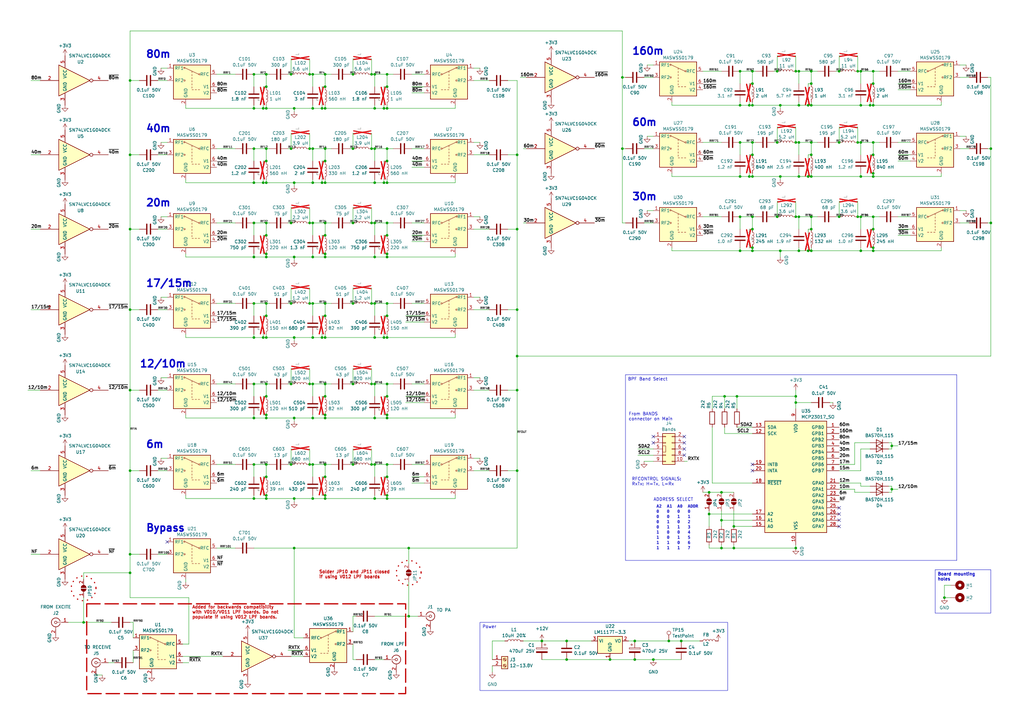
<source format=kicad_sch>
(kicad_sch (version 20230121) (generator eeschema)
  (paper "A3")
  (title_block (title "T41 Exciter Filter Board") (date "2024-02-03") (rev "V 012.06") (comment 1 "       KiCad version by Oliver King KI3P") (comment 2 "By Al Peter AC8GY & Bill Schmidt K9HZ"))
  (junction (at 53.34 93.98))
  (junction (at 303.53 29.21))
  (junction (at 358.14 101.6))
  (junction (at 158.75 171.45))
  (junction (at 128.27 204.47))
  (junction (at 109.22 74.93))
  (junction (at 104.14 60.96))
  (junction (at 153.67 91.44))
  (junction (at 158.75 170.18))
  (junction (at 158.75 105.41))
  (junction (at 344.17 88.9))
  (junction (at 212.09 146.05))
  (junction (at 109.22 91.44))
  (junction (at 107.95 138.43))
  (junction (at 133.35 104.14))
  (junction (at 358.14 71.12))
  (junction (at 104.14 74.93))
  (junction (at 212.09 127))
  (junction (at 332.74 63.5))
  (junction (at 128.27 30.48))
  (junction (at 120.65 204.47))
  (junction (at 109.22 35.56))
  (junction (at 107.95 74.93))
  (junction (at 303.53 58.42))
  (junction (at 144.78 60.96))
  (junction (at 222.25 262.89))
  (junction (at 109.22 170.18))
  (junction (at 308.61 43.18))
  (junction (at 120.65 105.41))
  (junction (at 300.99 215.9))
  (junction (at 133.35 138.43))
  (junction (at 331.47 72.39))
  (junction (at 158.75 195.58))
  (junction (at 153.67 138.43))
  (junction (at 104.14 44.45))
  (junction (at 308.61 58.42))
  (junction (at 133.35 30.48))
  (junction (at 327.66 72.39))
  (junction (at 387.35 245.11))
  (junction (at 158.75 30.48))
  (junction (at 109.22 124.46))
  (junction (at 212.09 160.02))
  (junction (at 109.22 138.43))
  (junction (at 320.04 72.39))
  (junction (at 109.22 190.5))
  (junction (at 133.35 129.54))
  (junction (at 158.75 157.48))
  (junction (at 300.99 224.79))
  (junction (at 120.65 224.79))
  (junction (at 353.06 29.21))
  (junction (at 327.66 88.9))
  (junction (at 104.14 30.48))
  (junction (at 120.65 74.93))
  (junction (at 353.06 58.42))
  (junction (at 327.66 102.87))
  (junction (at 128.27 91.44))
  (junction (at 157.48 44.45))
  (junction (at 358.14 58.42))
  (junction (at 153.67 190.5))
  (junction (at 332.74 72.39))
  (junction (at 133.35 60.96))
  (junction (at 326.39 165.1))
  (junction (at 144.78 190.5))
  (junction (at 167.64 224.79))
  (junction (at 255.27 60.96))
  (junction (at 326.39 58.42))
  (junction (at 365.76 182.88))
  (junction (at 152.4 60.96))
  (junction (at 119.38 124.46))
  (junction (at 279.4 262.89))
  (junction (at 109.22 44.45))
  (junction (at 290.83 210.82))
  (junction (at 365.76 200.66))
  (junction (at 109.22 104.14))
  (junction (at 109.22 30.48))
  (junction (at 133.35 96.52))
  (junction (at 53.34 193.04))
  (junction (at 158.75 60.96))
  (junction (at 132.08 138.43))
  (junction (at 295.91 201.93))
  (junction (at 320.04 43.18))
  (junction (at 267.97 270.51))
  (junction (at 119.38 91.44))
  (junction (at 152.4 30.48))
  (junction (at 104.14 157.48))
  (junction (at 303.53 88.9))
  (junction (at 318.77 88.9))
  (junction (at 53.34 160.02))
  (junction (at 358.14 43.18))
  (junction (at 153.67 157.48))
  (junction (at 157.48 74.93))
  (junction (at 104.14 204.47))
  (junction (at 308.61 34.29))
  (junction (at 107.95 44.45))
  (junction (at 104.14 105.41))
  (junction (at 119.38 30.48))
  (junction (at 358.14 63.5))
  (junction (at 260.35 262.89))
  (junction (at 356.87 43.18))
  (junction (at 128.27 124.46))
  (junction (at 133.35 157.48))
  (junction (at 153.67 171.45))
  (junction (at 109.22 96.52))
  (junction (at 158.75 162.56))
  (junction (at 327.66 58.42))
  (junction (at 158.75 66.04))
  (junction (at 331.47 102.87))
  (junction (at 133.35 162.56))
  (junction (at 128.27 138.43))
  (junction (at 127 157.48))
  (junction (at 290.83 201.93))
  (junction (at 308.61 102.87))
  (junction (at 232.41 270.51))
  (junction (at 358.14 88.9))
  (junction (at 358.14 34.29))
  (junction (at 119.38 190.5))
  (junction (at 128.27 105.41))
  (junction (at 255.27 31.75))
  (junction (at 318.77 29.21))
  (junction (at 212.09 193.04))
  (junction (at 167.64 252.73))
  (junction (at 351.79 58.42))
  (junction (at 327.66 43.18))
  (junction (at 326.39 224.79))
  (junction (at 158.75 91.44))
  (junction (at 127 30.48))
  (junction (at 153.67 124.46))
  (junction (at 327.66 29.21))
  (junction (at 157.48 138.43))
  (junction (at 158.75 96.52))
  (junction (at 307.34 43.18))
  (junction (at 104.14 190.5))
  (junction (at 353.06 88.9))
  (junction (at 109.22 129.54))
  (junction (at 127 124.46))
  (junction (at 144.78 124.46))
  (junction (at 133.35 74.93))
  (junction (at 133.35 170.18))
  (junction (at 326.39 29.21))
  (junction (at 133.35 124.46))
  (junction (at 133.35 35.56))
  (junction (at 133.35 44.45))
  (junction (at 133.35 91.44))
  (junction (at 128.27 190.5))
  (junction (at 158.75 129.54))
  (junction (at 53.34 234.95))
  (junction (at 308.61 88.9))
  (junction (at 128.27 157.48))
  (junction (at 326.39 162.56))
  (junction (at 128.27 74.93))
  (junction (at 133.35 203.2))
  (junction (at 152.4 91.44))
  (junction (at 212.09 63.5))
  (junction (at 326.39 88.9))
  (junction (at 144.78 30.48))
  (junction (at 351.79 29.21))
  (junction (at 303.53 102.87))
  (junction (at 133.35 204.47))
  (junction (at 153.67 105.41))
  (junction (at 250.19 270.51))
  (junction (at 297.18 162.56))
  (junction (at 353.06 102.87))
  (junction (at 158.75 204.47))
  (junction (at 104.14 171.45))
  (junction (at 344.17 58.42))
  (junction (at 153.67 60.96))
  (junction (at 144.78 91.44))
  (junction (at 109.22 204.47))
  (junction (at 152.4 124.46))
  (junction (at 406.4 60.96))
  (junction (at 109.22 203.2))
  (junction (at 308.61 72.39))
  (junction (at 302.26 162.56))
  (junction (at 133.35 66.04))
  (junction (at 358.14 102.87))
  (junction (at 274.32 262.89))
  (junction (at 132.08 74.93))
  (junction (at 152.4 157.48))
  (junction (at 158.75 104.14))
  (junction (at 307.34 72.39))
  (junction (at 232.41 262.89))
  (junction (at 119.38 60.96))
  (junction (at 132.08 44.45))
  (junction (at 128.27 171.45))
  (junction (at 127 91.44))
  (junction (at 308.61 93.98))
  (junction (at 158.75 35.56))
  (junction (at 158.75 124.46))
  (junction (at 153.67 204.47))
  (junction (at 109.22 66.04))
  (junction (at 109.22 60.96))
  (junction (at 308.61 29.21))
  (junction (at 158.75 138.43))
  (junction (at 303.53 43.18))
  (junction (at 351.79 88.9))
  (junction (at 104.14 138.43))
  (junction (at 133.35 190.5))
  (junction (at 406.4 91.44))
  (junction (at 127 60.96))
  (junction (at 358.14 93.98))
  (junction (at 109.22 105.41))
  (junction (at 158.75 203.2))
  (junction (at 109.22 195.58))
  (junction (at 34.29 255.27))
  (junction (at 119.38 157.48))
  (junction (at 133.35 195.58))
  (junction (at 109.22 171.45))
  (junction (at 353.06 43.18))
  (junction (at 120.65 171.45))
  (junction (at 133.35 105.41))
  (junction (at 332.74 58.42))
  (junction (at 331.47 43.18))
  (junction (at 158.75 44.45))
  (junction (at 153.67 44.45))
  (junction (at 53.34 63.5))
  (junction (at 53.34 33.02))
  (junction (at 152.4 190.5))
  (junction (at 127 190.5))
  (junction (at 320.04 102.87))
  (junction (at 133.35 171.45))
  (junction (at 109.22 162.56))
  (junction (at 344.17 29.21))
  (junction (at 332.74 102.87))
  (junction (at 104.14 91.44))
  (junction (at 332.74 29.21))
  (junction (at 53.34 227.33))
  (junction (at 120.65 44.45))
  (junction (at 303.53 72.39))
  (junction (at 158.75 74.93))
  (junction (at 153.67 74.93))
  (junction (at 260.35 270.51))
  (junction (at 153.67 30.48))
  (junction (at 358.14 29.21))
  (junction (at 332.74 34.29))
  (junction (at 128.27 60.96))
  (junction (at 120.65 138.43))
  (junction (at 53.34 127))
  (junction (at 332.74 88.9))
  (junction (at 318.77 58.42))
  (junction (at 358.14 72.39))
  (junction (at 295.91 213.36))
  (junction (at 332.74 93.98))
  (junction (at 144.78 157.48))
  (junction (at 104.14 124.46))
  (junction (at 308.61 63.5))
  (junction (at 308.61 101.6))
  (junction (at 332.74 43.18))
  (junction (at 158.75 190.5))
  (junction (at 128.27 44.45))
  (junction (at 353.06 72.39))
  (junction (at 212.09 93.98))
  (junction (at 295.91 224.79))
  (junction (at 109.22 157.48))
  (no_connect (at 308.61 190.5))
  (no_connect (at 344.17 215.9))
  (no_connect (at 280.67 179.07))
  (no_connect (at 68.58 222.25))
  (no_connect (at 280.67 181.61))
  (no_connect (at 344.17 213.36))
  (no_connect (at 267.97 179.07))
  (no_connect (at 308.61 193.04))
  (no_connect (at 267.97 181.61))
  (no_connect (at 344.17 210.82))
  (no_connect (at 344.17 208.28))
  (no_connect (at 280.67 184.15))
  (no_connect (at 280.67 186.69))
  (wire (pts (xy 77.47 271.78) (xy 74.93 271.78)))
  (wire (pts (xy 327.66 72.39) (xy 320.04 72.39)))
  (wire (pts (xy 303.53 41.91) (xy 303.53 43.18)))
  (wire (pts (xy 133.35 73.66) (xy 133.35 74.93)))
  (wire (pts (xy 351.79 22.86) (xy 351.79 29.21)))
  (wire (pts (xy 194.31 193.04) (xy 200.66 193.04)))
  (wire (pts (xy 168.91 30.48) (xy 173.99 30.48)))
  (wire (pts (xy 118.11 91.44) (xy 119.38 91.44)))
  (wire (pts (xy 295.91 224.79) (xy 300.99 224.79)))
  (wire (pts (xy 34.29 255.27) (xy 27.94 255.27)))
  (wire (pts (xy 107.95 203.2) (xy 109.22 203.2)))
  (wire (pts (xy 290.83 224.79) (xy 295.91 224.79)))
  (wire (pts (xy 128.27 190.5) (xy 133.35 190.5)))
  (wire (pts (xy 143.51 91.44) (xy 144.78 91.44)))
  (wire (pts (xy 327.66 72.39) (xy 331.47 72.39)))
  (wire (pts (xy 76.2 44.45) (xy 104.14 44.45)))
  (wire (pts (xy 332.74 34.29) (xy 332.74 29.21)))
  (wire (pts (xy 358.14 63.5) (xy 358.14 58.42)))
  (wire (pts (xy 64.77 193.04) (xy 68.58 193.04)))
  (wire (pts (xy 260.35 262.89) (xy 274.32 262.89)))
  (wire (pts (xy 406.4 60.96) (xy 406.4 31.75)))
  (wire (pts (xy 331.47 64.77) (xy 331.47 63.5)))
  (wire (pts (xy 128.27 60.96) (xy 133.35 60.96)))
  (wire (pts (xy 104.14 30.48) (xy 109.22 30.48)))
  (wire (pts (xy 152.4 24.13) (xy 152.4 30.48)))
  (wire (pts (xy 53.34 63.5) (xy 53.34 93.98)))
  (wire (pts (xy 128.27 96.52) (xy 128.27 91.44)))
  (wire (pts (xy 128.27 129.54) (xy 128.27 124.46)))
  (wire (pts (xy 153.67 129.54) (xy 153.67 124.46)))
  (wire (pts (xy 212.09 224.79) (xy 212.09 193.04)))
  (wire (pts (xy 353.06 193.04) (xy 344.17 193.04)))
  (wire (pts (xy 104.14 60.96) (xy 109.22 60.96)))
  (wire (pts (xy 133.35 35.56) (xy 133.35 30.48)))
  (wire (pts (xy 158.75 104.14) (xy 158.75 105.41)))
  (wire (pts (xy 143.51 124.46) (xy 144.78 124.46)))
  (wire (pts (xy 132.08 66.04) (xy 133.35 66.04)))
  (wire (pts (xy 132.08 104.14) (xy 133.35 104.14)))
  (wire (pts (xy 356.87 199.39) (xy 353.06 199.39)))
  (wire (pts (xy 133.35 43.18) (xy 133.35 44.45)))
  (wire (pts (xy 365.76 184.15) (xy 365.76 182.88)))
  (wire (pts (xy 168.91 35.56) (xy 173.99 35.56)))
  (wire (pts (xy 153.67 252.73) (xy 167.64 252.73)))
  (wire (pts (xy 128.27 124.46) (xy 127 124.46)))
  (wire (pts (xy 104.14 190.5) (xy 109.22 190.5)))
  (wire (pts (xy 128.27 74.93) (xy 132.08 74.93)))
  (wire (pts (xy 128.27 204.47) (xy 133.35 204.47)))
  (wire (pts (xy 393.7 60.96) (xy 397.51 60.96)))
  (wire (pts (xy 307.34 71.12) (xy 307.34 72.39)))
  (wire (pts (xy 326.39 165.1) (xy 326.39 167.64)))
  (wire (pts (xy 158.75 129.54) (xy 158.75 124.46)))
  (wire (pts (xy 327.66 88.9) (xy 326.39 88.9)))
  (wire (pts (xy 201.93 273.05) (xy 201.93 275.59)))
  (wire (pts (xy 356.87 93.98) (xy 358.14 93.98)))
  (wire (pts (xy 168.91 99.06) (xy 173.99 99.06)))
  (wire (pts (xy 153.67 30.48) (xy 158.75 30.48)))
  (wire (pts (xy 318.77 52.07) (xy 318.77 58.42)))
  (wire (pts (xy 281.94 189.23) (xy 280.67 189.23)))
  (wire (pts (xy 353.06 184.15) (xy 353.06 193.04)))
  (wire (pts (xy 332.74 93.98) (xy 332.74 88.9)))
  (wire (pts (xy 303.53 29.21) (xy 308.61 29.21)))
  (wire (pts (xy 133.35 162.56) (xy 133.35 157.48)))
  (wire (pts (xy 292.1 175.26) (xy 292.1 198.12)))
  (wire (pts (xy 212.09 93.98) (xy 212.09 127)))
  (wire (pts (xy 295.91 209.55) (xy 295.91 213.36)))
  (wire (pts (xy 393.7 91.44) (xy 397.51 91.44)))
  (wire (pts (xy 307.34 63.5) (xy 308.61 63.5)))
  (wire (pts (xy 118.11 190.5) (xy 119.38 190.5)))
  (wire (pts (xy 358.14 93.98) (xy 358.14 88.9)))
  (wire (pts (xy 153.67 104.14) (xy 153.67 105.41)))
  (wire (pts (xy 344.17 52.07) (xy 344.17 58.42)))
  (wire (pts (xy 109.22 44.45) (xy 109.22 43.18)))
  (wire (pts (xy 153.67 60.96) (xy 152.4 60.96)))
  (wire (pts (xy 264.16 91.44) (xy 267.97 91.44)))
  (wire (pts (xy 64.77 227.33) (xy 68.58 227.33)))
  (wire (pts (xy 368.3 66.04) (xy 373.38 66.04)))
  (wire (pts (xy 144.78 252.73) (xy 146.05 252.73)))
  (wire (pts (xy 104.14 195.58) (xy 104.14 190.5)))
  (wire (pts (xy 128.27 30.48) (xy 127 30.48)))
  (wire (pts (xy 353.06 29.21) (xy 358.14 29.21)))
  (wire (pts (xy 53.34 33.02) (xy 53.34 63.5)))
  (wire (pts (xy 120.65 204.47) (xy 109.22 204.47)))
  (wire (pts (xy 327.66 102.87) (xy 331.47 102.87)))
  (wire (pts (xy 119.38 184.15) (xy 119.38 190.5)))
  (wire (pts (xy 326.39 82.55) (xy 326.39 88.9)))
  (wire (pts (xy 356.87 43.18) (xy 358.14 43.18)))
  (wire (pts (xy 153.67 105.41) (xy 158.75 105.41)))
  (wire (pts (xy 152.4 54.61) (xy 152.4 60.96)))
  (wire (pts (xy 307.34 41.91) (xy 307.34 43.18)))
  (wire (pts (xy 194.31 33.02) (xy 200.66 33.02)))
  (wire (pts (xy 303.53 58.42) (xy 308.61 58.42)))
  (wire (pts (xy 368.3 96.52) (xy 373.38 96.52)))
  (wire (pts (xy 158.75 129.54) (xy 157.48 129.54)))
  (wire (pts (xy 128.27 157.48) (xy 133.35 157.48)))
  (wire (pts (xy 214.63 91.44) (xy 215.9 91.44)))
  (wire (pts (xy 327.66 43.18) (xy 331.47 43.18)))
  (wire (pts (xy 303.53 34.29) (xy 303.53 29.21)))
  (wire (pts (xy 300.99 215.9) (xy 308.61 215.9)))
  (wire (pts (xy 264.16 60.96) (xy 267.97 60.96)))
  (wire (pts (xy 128.27 203.2) (xy 128.27 204.47)))
  (wire (pts (xy 143.51 157.48) (xy 144.78 157.48)))
  (wire (pts (xy 153.67 74.93) (xy 157.48 74.93)))
  (wire (pts (xy 332.74 165.1) (xy 326.39 165.1)))
  (wire (pts (xy 327.66 71.12) (xy 327.66 72.39)))
  (wire (pts (xy 194.31 121.92) (xy 196.85 121.92)))
  (wire (pts (xy 255.27 91.44) (xy 255.27 60.96)))
  (wire (pts (xy 76.2 138.43) (xy 104.14 138.43)))
  (wire (pts (xy 118.11 60.96) (xy 119.38 60.96)))
  (wire (pts (xy 104.14 204.47) (xy 109.22 204.47)))
  (wire (pts (xy 356.87 41.91) (xy 356.87 43.18)))
  (wire (pts (xy 327.66 93.98) (xy 327.66 88.9)))
  (wire (pts (xy 104.14 66.04) (xy 104.14 60.96)))
  (wire (pts (xy 368.3 88.9) (xy 373.38 88.9)))
  (wire (pts (xy 53.34 234.95) (xy 53.34 245.11)))
  (wire (pts (xy 406.4 91.44) (xy 406.4 146.05)))
  (wire (pts (xy 256.54 91.44) (xy 255.27 91.44)))
  (wire (pts (xy 308.61 88.9) (xy 309.88 88.9)))
  (wire (pts (xy 158.75 66.04) (xy 158.75 60.96)))
  (wire (pts (xy 128.27 204.47) (xy 120.65 204.47)))
  (wire (pts (xy 109.22 105.41) (xy 109.22 104.14)))
  (wire (pts (xy 393.7 55.88) (xy 396.24 55.88)))
  (wire (pts (xy 332.74 63.5) (xy 332.74 58.42)))
  (wire (pts (xy 214.63 262.89) (xy 222.25 262.89)))
  (wire (pts (xy 128.27 30.48) (xy 133.35 30.48)))
  (wire (pts (xy 326.39 160.02) (xy 326.39 162.56)))
  (wire (pts (xy 168.91 198.12) (xy 173.99 198.12)))
  (wire (pts (xy 144.78 270.51) (xy 146.05 270.51)))
  (wire (pts (xy 295.91 223.52) (xy 295.91 224.79)))
  (wire (pts (xy 128.27 138.43) (xy 132.08 138.43)))
  (wire (pts (xy 54.61 255.27) (xy 54.61 261.62)))
  (wire (pts (xy 326.39 223.52) (xy 326.39 224.79)))
  (wire (pts (xy 132.08 137.16) (xy 132.08 138.43)))
  (wire (pts (xy 57.15 33.02) (xy 53.34 33.02)))
  (wire (pts (xy 302.26 162.56) (xy 302.26 167.64)))
  (wire (pts (xy 168.91 190.5) (xy 173.99 190.5)))
  (wire (pts (xy 214.63 60.96) (xy 215.9 60.96)))
  (wire (pts (xy 186.69 137.16) (xy 186.69 138.43)))
  (wire (pts (xy 340.36 165.1) (xy 341.63 165.1)))
  (wire (pts (xy 212.09 127) (xy 212.09 146.05)))
  (wire (pts (xy 158.75 96.52) (xy 158.75 91.44)))
  (wire (pts (xy 11.43 160.02) (xy 16.51 160.02)))
  (wire (pts (xy 120.65 224.79) (xy 167.64 224.79)))
  (wire (pts (xy 104.14 74.93) (xy 107.95 74.93)))
  (wire (pts (xy 342.9 58.42) (xy 344.17 58.42)))
  (wire (pts (xy 119.38 269.24) (xy 124.46 269.24)))
  (wire (pts (xy 132.08 44.45) (xy 133.35 44.45)))
  (wire (pts (xy 128.27 91.44) (xy 127 91.44)))
  (wire (pts (xy 320.04 72.39) (xy 308.61 72.39)))
  (wire (pts (xy 53.34 193.04) (xy 57.15 193.04)))
  (wire (pts (xy 153.67 157.48) (xy 158.75 157.48)))
  (wire (pts (xy 53.34 160.02) (xy 53.34 193.04)))
  (wire (pts (xy 66.04 58.42) (xy 68.58 58.42)))
  (wire (pts (xy 275.59 43.18) (xy 303.53 43.18)))
  (wire (pts (xy 212.09 160.02) (xy 212.09 193.04)))
  (wire (pts (xy 120.65 74.93) (xy 120.65 76.2)))
  (wire (pts (xy 153.67 30.48) (xy 152.4 30.48)))
  (wire (pts (xy 327.66 43.18) (xy 320.04 43.18)))
  (wire (pts (xy 76.2 237.49) (xy 76.2 238.76)))
  (wire (pts (xy 356.87 184.15) (xy 353.06 184.15)))
  (wire (pts (xy 128.27 195.58) (xy 128.27 190.5)))
  (wire (pts (xy 208.28 127) (xy 212.09 127)))
  (wire (pts (xy 167.64 252.73) (xy 171.45 252.73)))
  (wire (pts (xy 119.38 118.11) (xy 119.38 124.46)))
  (wire (pts (xy 76.2 170.18) (xy 76.2 171.45)))
  (wire (pts (xy 157.48 195.58) (xy 158.75 195.58)))
  (wire (pts (xy 186.69 104.14) (xy 186.69 105.41)))
  (wire (pts (xy 57.15 127) (xy 53.34 127)))
  (wire (pts (xy 303.53 93.98) (xy 303.53 88.9)))
  (wire (pts (xy 34.29 255.27) (xy 45.72 255.27)))
  (wire (pts (xy 128.27 105.41) (xy 120.65 105.41)))
  (wire (pts (xy 66.04 154.94) (xy 68.58 154.94)))
  (wire (pts (xy 327.66 101.6) (xy 327.66 102.87)))
  (wire (pts (xy 353.06 198.12) (xy 344.17 198.12)))
  (wire (pts (xy 208.28 93.98) (xy 212.09 93.98)))
  (wire (pts (xy 342.9 29.21) (xy 344.17 29.21)))
  (wire (pts (xy 107.95 66.04) (xy 109.22 66.04)))
  (wire (pts (xy 128.27 171.45) (xy 133.35 171.45)))
  (wire (pts (xy 364.49 184.15) (xy 365.76 184.15)))
  (wire (pts (xy 153.67 190.5) (xy 152.4 190.5)))
  (wire (pts (xy 358.14 41.91) (xy 358.14 43.18)))
  (wire (pts (xy 368.3 58.42) (xy 373.38 58.42)))
  (wire (pts (xy 12.7 93.98) (xy 16.51 93.98)))
  (wire (pts (xy 12.7 227.33) (xy 16.51 227.33)))
  (wire (pts (xy 107.95 104.14) (xy 109.22 104.14)))
  (wire (pts (xy 128.27 171.45) (xy 120.65 171.45)))
  (wire (pts (xy 201.93 262.89) (xy 207.01 262.89)))
  (wire (pts (xy 153.67 44.45) (xy 157.48 44.45)))
  (wire (pts (xy 109.22 74.93) (xy 109.22 73.66)))
  (wire (pts (xy 109.22 138.43) (xy 109.22 137.16)))
  (wire (pts (xy 153.67 171.45) (xy 133.35 171.45)))
  (wire (pts (xy 107.95 74.93) (xy 109.22 74.93)))
  (wire (pts (xy 88.9 30.48) (xy 96.52 30.48)))
  (wire (pts (xy 288.29 88.9) (xy 295.91 88.9)))
  (wire (pts (xy 107.95 162.56) (xy 109.22 162.56)))
  (wire (pts (xy 303.53 72.39) (xy 307.34 72.39)))
  (wire (pts (xy 128.27 73.66) (xy 128.27 74.93)))
  (wire (pts (xy 158.75 137.16) (xy 158.75 138.43)))
  (wire (pts (xy 77.47 264.16) (xy 77.47 245.11)))
  (wire (pts (xy 128.27 74.93) (xy 120.65 74.93)))
  (wire (pts (xy 194.31 63.5) (xy 200.66 63.5)))
  (wire (pts (xy 119.38 151.13) (xy 119.38 157.48)))
  (wire (pts (xy 39.37 276.86) (xy 41.91 276.86)))
  (wire (pts (xy 133.35 91.44) (xy 135.89 91.44)))
  (wire (pts (xy 307.34 101.6) (xy 308.61 101.6)))
  (wire (pts (xy 133.35 66.04) (xy 133.35 60.96)))
  (wire (pts (xy 250.19 270.51) (xy 232.41 270.51)))
  (wire (pts (xy 222.25 270.51) (xy 232.41 270.51)))
  (wire (pts (xy 107.95 138.43) (xy 109.22 138.43)))
  (wire (pts (xy 302.26 175.26) (xy 308.61 175.26)))
  (wire (pts (xy 34.29 245.11) (xy 34.29 255.27)))
  (wire (pts (xy 76.2 74.93) (xy 104.14 74.93)))
  (wire (pts (xy 109.22 96.52) (xy 109.22 91.44)))
  (wire (pts (xy 153.67 96.52) (xy 153.67 91.44)))
  (wire (pts (xy 153.67 170.18) (xy 153.67 171.45)))
  (wire (pts (xy 109.22 162.56) (xy 109.22 157.48)))
  (wire (pts (xy 153.67 190.5) (xy 158.75 190.5)))
  (wire (pts (xy 107.95 195.58) (xy 109.22 195.58)))
  (wire (pts (xy 153.67 204.47) (xy 133.35 204.47)))
  (wire (pts (xy 186.69 43.18) (xy 186.69 44.45)))
  (wire (pts (xy 128.27 137.16) (xy 128.27 138.43)))
  (wire (pts (xy 320.04 43.18) (xy 308.61 43.18)))
  (wire (pts (xy 152.4 184.15) (xy 152.4 190.5)))
  (wire (pts (xy 353.06 102.87) (xy 332.74 102.87)))
  (wire (pts (xy 201.93 262.89) (xy 201.93 270.51)))
  (wire (pts (xy 109.22 204.47) (xy 109.22 203.2)))
  (wire (pts (xy 358.14 29.21) (xy 360.68 29.21)))
  (wire (pts (xy 104.14 129.54) (xy 104.14 124.46)))
  (wire (pts (xy 158.75 74.93) (xy 186.69 74.93)))
  (wire (pts (xy 331.47 93.98) (xy 332.74 93.98)))
  (wire (pts (xy 386.08 72.39) (xy 358.14 72.39)))
  (wire (pts (xy 157.48 66.04) (xy 158.75 66.04)))
  (wire (pts (xy 76.2 137.16) (xy 76.2 138.43)))
  (wire (pts (xy 128.27 138.43) (xy 120.65 138.43)))
  (wire (pts (xy 295.91 201.93) (xy 300.99 201.93)))
  (wire (pts (xy 168.91 60.96) (xy 173.99 60.96)))
  (wire (pts (xy 365.76 200.66) (xy 368.3 200.66)))
  (wire (pts (xy 144.78 184.15) (xy 144.78 190.5)))
  (wire (pts (xy 386.08 102.87) (xy 358.14 102.87)))
  (wire (pts (xy 275.59 102.87) (xy 303.53 102.87)))
  (wire (pts (xy 109.22 74.93) (xy 120.65 74.93)))
  (wire (pts (xy 132.08 195.58) (xy 133.35 195.58)))
  (wire (pts (xy 208.28 63.5) (xy 212.09 63.5)))
  (wire (pts (xy 34.29 234.95) (xy 34.29 237.49)))
  (wire (pts (xy 144.78 54.61) (xy 144.78 60.96)))
  (wire (pts (xy 66.04 121.92) (xy 68.58 121.92)))
  (wire (pts (xy 143.51 60.96) (xy 144.78 60.96)))
  (wire (pts (xy 290.83 201.93) (xy 295.91 201.93)))
  (wire (pts (xy 353.06 199.39) (xy 353.06 198.12)))
  (wire (pts (xy 275.59 71.12) (xy 275.59 72.39)))
  (wire (pts (xy 133.35 203.2) (xy 133.35 204.47)))
  (wire (pts (xy 303.53 88.9) (xy 308.61 88.9)))
  (wire (pts (xy 53.34 93.98) (xy 53.34 127)))
  (wire (pts (xy 297.18 177.8) (xy 308.61 177.8)))
  (wire (pts (xy 208.28 33.02) (xy 212.09 33.02)))
  (wire (pts (xy 76.2 104.14) (xy 76.2 105.41)))
  (wire (pts (xy 133.35 104.14) (xy 133.35 105.41)))
  (wire (pts (xy 393.7 31.75) (xy 397.51 31.75)))
  (wire (pts (xy 158.75 157.48) (xy 161.29 157.48)))
  (wire (pts (xy 128.27 44.45) (xy 132.08 44.45)))
  (wire (pts (xy 194.31 93.98) (xy 200.66 93.98)))
  (wire (pts (xy 168.91 96.52) (xy 173.99 96.52)))
  (wire (pts (xy 292.1 167.64) (xy 292.1 162.56)))
  (wire (pts (xy 107.95 137.16) (xy 107.95 138.43)))
  (wire (pts (xy 153.67 171.45) (xy 158.75 171.45)))
  (wire (pts (xy 133.35 44.45) (xy 153.67 44.45)))
  (wire (pts (xy 255.27 31.75) (xy 256.54 31.75)))
  (wire (pts (xy 12.7 127) (xy 16.51 127)))
  (wire (pts (xy 74.93 269.24) (xy 91.44 269.24)))
  (wire (pts (xy 307.34 93.98) (xy 308.61 93.98)))
  (wire (pts (xy 318.77 82.55) (xy 318.77 88.9)))
  (wire (pts (xy 331.47 63.5) (xy 332.74 63.5)))
  (wire (pts (xy 353.06 58.42) (xy 351.79 58.42)))
  (wire (pts (xy 307.34 72.39) (xy 308.61 72.39)))
  (wire (pts (xy 127 184.15) (xy 127 190.5)))
  (wire (pts (xy 353.06 29.21) (xy 351.79 29.21)))
  (wire (pts (xy 153.67 60.96) (xy 158.75 60.96)))
  (wire (pts (xy 104.14 44.45) (xy 107.95 44.45)))
  (wire (pts (xy 386.08 41.91) (xy 386.08 43.18)))
  (wire (pts (xy 104.14 171.45) (xy 109.22 171.45)))
  (wire (pts (xy 308.61 210.82) (xy 290.83 210.82)))
  (wire (pts (xy 132.08 203.2) (xy 133.35 203.2)))
  (wire (pts (xy 153.67 162.56) (xy 153.67 157.48)))
  (wire (pts (xy 368.3 93.98) (xy 373.38 93.98)))
  (wire (pts (xy 358.14 71.12) (xy 358.14 72.39)))
  (wire (pts (xy 353.06 102.87) (xy 358.14 102.87)))
  (wire (pts (xy 358.14 58.42) (xy 360.68 58.42)))
  (wire (pts (xy 133.35 129.54) (xy 133.35 124.46)))
  (wire (pts (xy 157.48 137.16) (xy 157.48 138.43)))
  (wire (pts (xy 308.61 29.21) (xy 309.88 29.21)))
  (wire (pts (xy 387.35 240.03) (xy 387.35 245.11)))
  (wire (pts (xy 393.7 86.36) (xy 396.24 86.36)))
  (wire (pts (xy 153.67 105.41) (xy 133.35 105.41)))
  (wire (pts (xy 64.77 127) (xy 68.58 127)))
  (wire (pts (xy 158.75 43.18) (xy 158.75 44.45)))
  (wire (pts (xy 208.28 160.02) (xy 212.09 160.02)))
  (wire (pts (xy 158.75 162.56) (xy 158.75 157.48)))
  (wire (pts (xy 118.11 157.48) (xy 119.38 157.48)))
  (wire (pts (xy 351.79 52.07) (xy 351.79 58.42)))
  (wire (pts (xy 128.27 66.04) (xy 128.27 60.96)))
  (wire (pts (xy 109.22 129.54) (xy 109.22 124.46)))
  (wire (pts (xy 292.1 162.56) (xy 297.18 162.56)))
  (wire (pts (xy 353.06 101.6) (xy 353.06 102.87)))
  (wire (pts (xy 76.2 105.41) (xy 104.14 105.41)))
  (wire (pts (xy 127 54.61) (xy 127 60.96)))
  (wire (pts (xy 57.15 160.02) (xy 53.34 160.02)))
  (wire (pts (xy 405.13 91.44) (xy 406.4 91.44)))
  (wire (pts (xy 57.15 93.98) (xy 53.34 93.98)))
  (wire (pts (xy 107.95 73.66) (xy 107.95 74.93)))
  (wire (pts (xy 353.06 88.9) (xy 351.79 88.9)))
  (wire (pts (xy 250.19 270.51) (xy 260.35 270.51)))
  (wire (pts (xy 132.08 35.56) (xy 133.35 35.56)))
  (wire (pts (xy 302.26 162.56) (xy 326.39 162.56)))
  (wire (pts (xy 128.27 35.56) (xy 128.27 30.48)))
  (wire (pts (xy 157.48 35.56) (xy 158.75 35.56)))
  (wire (pts (xy 332.74 29.21) (xy 335.28 29.21)))
  (wire (pts (xy 320.04 43.18) (xy 320.04 44.45)))
  (wire (pts (xy 120.65 105.41) (xy 109.22 105.41)))
  (wire (pts (xy 168.91 38.1) (xy 173.99 38.1)))
  (wire (pts (xy 128.27 43.18) (xy 128.27 44.45)))
  (wire (pts (xy 104.14 35.56) (xy 104.14 30.48)))
  (wire (pts (xy 290.83 209.55) (xy 290.83 210.82)))
  (wire (pts (xy 405.13 60.96) (xy 406.4 60.96)))
  (wire (pts (xy 194.31 58.42) (xy 196.85 58.42)))
  (wire (pts (xy 255.27 60.96) (xy 255.27 31.75)))
  (wire (pts (xy 127 24.13) (xy 127 30.48)))
  (wire (pts (xy 132.08 73.66) (xy 132.08 74.93)))
  (wire (pts (xy 104.14 124.46) (xy 109.22 124.46)))
  (wire (pts (xy 77.47 245.11) (xy 53.34 245.11)))
  (wire (pts (xy 297.18 162.56) (xy 302.26 162.56)))
  (wire (pts (xy 153.67 66.04) (xy 153.67 60.96)))
  (wire (pts (xy 194.31 160.02) (xy 200.66 160.02)))
  (wire (pts (xy 104.14 104.14) (xy 104.14 105.41)))
  (wire (pts (xy 327.66 29.21) (xy 332.74 29.21)))
  (wire (pts (xy 317.5 58.42) (xy 318.77 58.42)))
  (wire (pts (xy 157.48 44.45) (xy 158.75 44.45)))
  (wire (pts (xy 350.52 200.66) (xy 344.17 200.66)))
  (wire (pts (xy 166.37 129.54) (xy 173.99 129.54)))
  (wire (pts (xy 350.52 181.61) (xy 350.52 190.5)))
  (wire (pts (xy 104.14 96.52) (xy 104.14 91.44)))
  (wire (pts (xy 119.38 54.61) (xy 119.38 60.96)))
  (wire (pts (xy 133.35 138.43) (xy 132.08 138.43)))
  (wire (pts (xy 157.48 74.93) (xy 158.75 74.93)))
  (wire (pts (xy 128.27 190.5) (xy 127 190.5)))
  (wire (pts (xy 393.7 26.67) (xy 396.24 26.67)))
  (wire (pts (xy 327.66 29.21) (xy 326.39 29.21)))
  (wire (pts (xy 265.43 26.67) (xy 267.97 26.67)))
  (wire (pts (xy 158.75 170.18) (xy 158.75 171.45)))
  (wire (pts (xy 104.14 157.48) (xy 109.22 157.48)))
  (wire (pts (xy 64.77 33.02) (xy 68.58 33.02)))
  (wire (pts (xy 186.69 203.2) (xy 186.69 204.47)))
  (wire (pts (xy 326.39 162.56) (xy 326.39 165.1)))
  (wire (pts (xy 144.78 151.13) (xy 144.78 157.48)))
  (wire (pts (xy 186.69 73.66) (xy 186.69 74.93)))
  (wire (pts (xy 317.5 88.9) (xy 318.77 88.9)))
  (wire (pts (xy 308.61 93.98) (xy 308.61 88.9)))
  (wire (pts (xy 76.2 43.18) (xy 76.2 44.45)))
  (wire (pts (xy 12.7 193.04) (xy 16.51 193.04)))
  (wire (pts (xy 104.14 203.2) (xy 104.14 204.47)))
  (wire (pts (xy 157.48 162.56) (xy 158.75 162.56)))
  (wire (pts (xy 153.67 203.2) (xy 153.67 204.47)))
  (wire (pts (xy 76.2 171.45) (xy 104.14 171.45)))
  (wire (pts (xy 332.74 58.42) (xy 335.28 58.42)))
  (wire (pts (xy 168.91 157.48) (xy 173.99 157.48)))
  (wire (pts (xy 88.9 91.44) (xy 96.52 91.44)))
  (wire (pts (xy 406.4 146.05) (xy 212.09 146.05)))
  (wire (pts (xy 153.67 124.46) (xy 158.75 124.46)))
  (wire (pts (xy 158.75 91.44) (xy 161.29 91.44)))
  (wire (pts (xy 387.35 245.11) (xy 389.89 245.11)))
  (wire (pts (xy 297.18 175.26) (xy 297.18 177.8)))
  (wire (pts (xy 288.29 201.93) (xy 290.83 201.93)))
  (wire (pts (xy 353.06 43.18) (xy 332.74 43.18)))
  (wire (pts (xy 344.17 82.55) (xy 344.17 88.9)))
  (wire (pts (xy 109.22 44.45) (xy 120.65 44.45)))
  (wire (pts (xy 365.76 201.93) (xy 364.49 201.93)))
  (wire (pts (xy 194.31 154.94) (xy 196.85 154.94)))
  (wire (pts (xy 153.67 204.47) (xy 158.75 204.47)))
  (wire (pts (xy 274.32 262.89) (xy 279.4 262.89)))
  (wire (pts (xy 353.06 88.9) (xy 358.14 88.9)))
  (wire (pts (xy 308.61 34.29) (xy 308.61 29.21)))
  (wire (pts (xy 303.53 101.6) (xy 303.53 102.87)))
  (wire (pts (xy 308.61 72.39) (xy 308.61 71.12)))
  (wire (pts (xy 308.61 213.36) (xy 295.91 213.36)))
  (wire (pts (xy 167.64 224.79) (xy 167.64 231.14)))
  (wire (pts (xy 194.31 127) (xy 200.66 127)))
  (wire (pts (xy 257.81 262.89) (xy 260.35 262.89)))
  (wire (pts (xy 264.16 189.23) (xy 267.97 189.23)))
  (wire (pts (xy 295.91 213.36) (xy 295.91 215.9)))
  (wire (pts (xy 119.38 85.09) (xy 119.38 91.44)))
  (wire (pts (xy 57.15 63.5) (xy 53.34 63.5)))
  (wire (pts (xy 64.77 160.02) (xy 68.58 160.02)))
  (wire (pts (xy 118.11 266.7) (xy 124.46 266.7)))
  (wire (pts (xy 326.39 22.86) (xy 326.39 29.21)))
  (wire (pts (xy 308.61 58.42) (xy 309.88 58.42)))
  (wire (pts (xy 405.13 31.75) (xy 406.4 31.75)))
  (wire (pts (xy 167.64 238.76) (xy 167.64 252.73)))
  (wire (pts (xy 76.2 203.2) (xy 76.2 204.47)))
  (wire (pts (xy 327.66 58.42) (xy 326.39 58.42)))
  (wire (pts (xy 120.65 224.79) (xy 120.65 261.62)))
  (wire (pts (xy 128.27 124.46) (xy 133.35 124.46)))
  (wire (pts (xy 365.76 181.61) (xy 364.49 181.61)))
  (wire (pts (xy 265.43 86.36) (xy 267.97 86.36)))
  (wire (pts (xy 157.48 104.14) (xy 158.75 104.14)))
  (wire (pts (xy 109.22 35.56) (xy 109.22 30.48)))
  (wire (pts (xy 365.76 200.66) (xy 365.76 201.93)))
  (wire (pts (xy 168.91 124.46) (xy 173.99 124.46)))
  (wire (pts (xy 88.9 157.48) (xy 96.52 157.48)))
  (wire (pts (xy 64.77 93.98) (xy 68.58 93.98)))
  (wire (pts (xy 327.66 102.87) (xy 320.04 102.87)))
  (wire (pts (xy 144.78 85.09) (xy 144.78 91.44)))
  (wire (pts (xy 158.75 35.56) (xy 158.75 30.48)))
  (wire (pts (xy 166.37 165.1) (xy 173.99 165.1)))
  (wire (pts (xy 133.35 137.16) (xy 133.35 138.43)))
  (wire (pts (xy 53.34 12.7) (xy 255.27 12.7)))
  (wire (pts (xy 120.65 44.45) (xy 120.65 45.72)))
  (wire (pts (xy 358.14 34.29) (xy 358.14 29.21)))
  (wire (pts (xy 358.14 101.6) (xy 358.14 102.87)))
  (wire (pts (xy 331.47 72.39) (xy 332.74 72.39)))
  (wire (pts (xy 288.29 58.42) (xy 295.91 58.42)))
  (wire (pts (xy 153.67 73.66) (xy 153.67 74.93)))
  (wire (pts (xy 353.06 72.39) (xy 332.74 72.39)))
  (wire (pts (xy 132.08 96.52) (xy 133.35 96.52)))
  (wire (pts (xy 132.08 170.18) (xy 133.35 170.18)))
  (wire (pts (xy 120.65 171.45) (xy 109.22 171.45)))
  (wire (pts (xy 265.43 55.88) (xy 267.97 55.88)))
  (wire (pts (xy 303.53 71.12) (xy 303.53 72.39)))
  (wire (pts (xy 109.22 124.46) (xy 110.49 124.46)))
  (wire (pts (xy 356.87 34.29) (xy 358.14 34.29)))
  (wire (pts (xy 133.35 195.58) (xy 133.35 190.5)))
  (wire (pts (xy 66.04 88.9) (xy 68.58 88.9)))
  (wire (pts (xy 109.22 30.48) (xy 110.49 30.48)))
  (wire (pts (xy 208.28 193.04) (xy 212.09 193.04)))
  (wire (pts (xy 144.78 270.51) (xy 144.78 264.16)))
  (wire (pts (xy 12.7 63.5) (xy 16.51 63.5)))
  (wire (pts (xy 53.34 33.02) (xy 53.34 12.7)))
  (wire (pts (xy 128.27 157.48) (xy 127 157.48)))
  (wire (pts (xy 356.87 101.6) (xy 358.14 101.6)))
  (wire (pts (xy 255.27 12.7) (xy 255.27 31.75)))
  (wire (pts (xy 368.3 29.21) (xy 373.38 29.21)))
  (wire (pts (xy 166.37 132.08) (xy 173.99 132.08)))
  (wire (pts (xy 300.99 224.79) (xy 300.99 223.52)))
  (wire (pts (xy 331.47 43.18) (xy 332.74 43.18)))
  (wire (pts (xy 119.38 24.13) (xy 119.38 30.48)))
  (wire (pts (xy 124.46 261.62) (xy 120.65 261.62)))
  (wire (pts (xy 158.75 195.58) (xy 158.75 190.5)))
  (wire (pts (xy 300.99 209.55) (xy 300.99 215.9)))
  (wire (pts (xy 331.47 95.25) (xy 331.47 93.98)))
  (wire (pts (xy 368.3 36.83) (xy 373.38 36.83)))
  (wire (pts (xy 158.75 203.2) (xy 158.75 204.47)))
  (wire (pts (xy 152.4 118.11) (xy 152.4 124.46)))
  (wire (pts (xy 351.79 82.55) (xy 351.79 88.9)))
  (wire (pts (xy 307.34 43.18) (xy 308.61 43.18)))
  (wire (pts (xy 327.66 58.42) (xy 332.74 58.42)))
  (wire (pts (xy 44.45 271.78) (xy 46.99 271.78)))
  (wire (pts (xy 318.77 22.86) (xy 318.77 29.21)))
  (wire (pts (xy 353.06 58.42) (xy 358.14 58.42)))
  (wire (pts (xy 152.4 85.09) (xy 152.4 91.44)))
  (wire (pts (xy 186.69 171.45) (xy 158.75 171.45)))
  (wire (pts (xy 212.09 63.5) (xy 212.09 93.98)))
  (wire (pts (xy 157.48 203.2) (xy 158.75 203.2)))
  (wire (pts (xy 353.06 43.18) (xy 356.87 43.18)))
  (wire (pts (xy 158.75 190.5) (xy 161.29 190.5)))
  (wire (pts (xy 74.93 264.16) (xy 77.47 264.16)))
  (wire (pts (xy 128.27 104.14) (xy 128.27 105.41)))
  (wire (pts (xy 118.11 124.46) (xy 119.38 124.46)))
  (wire (pts (xy 326.39 224.79) (xy 300.99 224.79)))
  (wire (pts (xy 132.08 74.93) (xy 133.35 74.93)))
  (wire (pts (xy 261.62 184.15) (xy 267.97 184.15)))
  (wire (pts (xy 128.27 162.56) (xy 128.27 157.48)))
  (wire (pts (xy 327.66 41.91) (xy 327.66 43.18)))
  (wire (pts (xy 157.48 73.66) (xy 157.48 74.93)))
  (wire (pts (xy 107.95 170.18) (xy 109.22 170.18)))
  (wire (pts (xy 109.22 138.43) (xy 120.65 138.43)))
  (wire (pts (xy 132.08 162.56) (xy 133.35 162.56)))
  (wire (pts (xy 57.15 227.33) (xy 53.34 227.33)))
  (wire (pts (xy 166.37 162.56) (xy 173.99 162.56)))
  (wire (pts (xy 128.27 44.45) (xy 120.65 44.45)))
  (wire (pts (xy 356.87 71.12) (xy 358.14 71.12)))
  (wire (pts (xy 109.22 195.58) (xy 109.22 190.5)))
  (wire (pts (xy 275.59 41.91) (xy 275.59 43.18)))
  (wire (pts (xy 194.31 187.96) (xy 196.85 187.96)))
  (wire (pts (xy 317.5 29.21) (xy 318.77 29.21)))
  (wire (pts (xy 53.34 227.33) (xy 53.34 234.95)))
  (wire (pts (xy 327.66 63.5) (xy 327.66 58.42)))
  (wire (pts (xy 365.76 182.88) (xy 365.76 181.61)))
  (wire (pts (xy 356.87 63.5) (xy 358.14 63.5)))
  (wire (pts (xy 167.64 224.79) (xy 212.09 224.79)))
  (wire (pts (xy 158.75 138.43) (xy 157.48 138.43)))
  (wire (pts (xy 222.25 262.89) (xy 232.41 262.89)))
  (wire (pts (xy 109.22 66.04) (xy 109.22 60.96)))
  (wire (pts (xy 104.14 105.41) (xy 109.22 105.41)))
  (wire (pts (xy 331.47 102.87) (xy 332.74 102.87)))
  (wire (pts (xy 368.3 34.29) (xy 373.38 34.29)))
  (wire (pts (xy 153.67 270.51) (xy 157.48 270.51)))
  (wire (pts (xy 320.04 72.39) (xy 320.04 73.66)))
  (wire (pts (xy 66.04 27.94) (xy 68.58 27.94)))
  (wire (pts (xy 120.65 204.47) (xy 120.65 205.74)))
  (wire (pts (xy 104.14 43.18) (xy 104.14 44.45)))
  (wire (pts (xy 368.3 63.5) (xy 373.38 63.5)))
  (wire (pts (xy 344.17 22.86) (xy 344.17 29.21)))
  (wire (pts (xy 260.35 270.51) (xy 267.97 270.51)))
  (wire (pts (xy 120.65 138.43) (xy 120.65 139.7)))
  (wire (pts (xy 275.59 72.39) (xy 303.53 72.39)))
  (wire (pts (xy 158.75 124.46) (xy 161.29 124.46)))
  (wire (pts (xy 158.75 60.96) (xy 161.29 60.96)))
  (wire (pts (xy 320.04 102.87) (xy 320.04 105.41)))
  (wire (pts (xy 356.87 201.93) (xy 350.52 201.93)))
  (wire (pts (xy 168.91 66.04) (xy 173.99 66.04)))
  (wire (pts (xy 386.08 101.6) (xy 386.08 102.87)))
  (wire (pts (xy 290.83 210.82) (xy 290.83 215.9)))
  (wire (pts (xy 109.22 91.44) (xy 110.49 91.44)))
  (wire (pts (xy 153.67 43.18) (xy 153.67 44.45)))
  (wire (pts (xy 194.31 88.9) (xy 196.85 88.9)))
  (wire (pts (xy 356.87 181.61) (xy 350.52 181.61)))
  (wire (pts (xy 127 151.13) (xy 127 157.48)))
  (wire (pts (xy 34.29 234.95) (xy 53.34 234.95)))
  (wire (pts (xy 133.35 30.48) (xy 135.89 30.48)))
  (wire (pts (xy 64.77 63.5) (xy 68.58 63.5)))
  (wire (pts (xy 153.67 137.16) (xy 153.67 138.43)))
  (wire (pts (xy 12.7 33.02) (xy 16.51 33.02)))
  (wire (pts (xy 212.09 33.02) (xy 212.09 63.5)))
  (wire (pts (xy 168.91 68.58) (xy 173.99 68.58)))
  (wire (pts (xy 133.35 170.18) (xy 133.35 171.45)))
  (wire (pts (xy 365.76 182.88) (xy 368.3 182.88)))
  (wire (pts (xy 157.48 96.52) (xy 158.75 96.52)))
  (wire (pts (xy 358.14 88.9) (xy 360.68 88.9)))
  (wire (pts (xy 107.95 35.56) (xy 109.22 35.56)))
  (wire (pts (xy 132.08 43.18) (xy 132.08 44.45)))
  (wire (pts (xy 144.78 118.11) (xy 144.78 124.46)))
  (wire (pts (xy 303.53 102.87) (xy 308.61 102.87)))
  (wire (pts (xy 275.59 101.6) (xy 275.59 102.87)))
  (wire (pts (xy 186.69 105.41) (xy 158.75 105.41)))
  (wire (pts (xy 353.06 41.91) (xy 353.06 43.18)))
  (wire (pts (xy 158.75 44.45) (xy 186.69 44.45)))
  (wire (pts (xy 186.69 170.18) (xy 186.69 171.45)))
  (wire (pts (xy 66.04 187.96) (xy 68.58 187.96)))
  (wire (pts (xy 53.34 127) (xy 53.34 160.02)))
  (wire (pts (xy 120.65 105.41) (xy 120.65 106.68)))
  (wire (pts (xy 213.36 31.75) (xy 215.9 31.75)))
  (wire (pts (xy 327.66 34.29) (xy 327.66 29.21)))
  (wire (pts (xy 128.27 105.41) (xy 133.35 105.41)))
  (wire (pts (xy 104.14 162.56) (xy 104.14 157.48)))
  (wire (pts (xy 307.34 34.29) (xy 308.61 34.29)))
  (wire (pts (xy 153.67 138.43) (xy 157.48 138.43)))
  (wire (pts (xy 104.14 73.66) (xy 104.14 74.93)))
  (wire (pts (xy 297.18 162.56) (xy 297.18 167.64)))
  (wire (pts (xy 133.35 190.5) (xy 135.89 190.5)))
  (wire (pts (xy 342.9 88.9) (xy 344.17 88.9)))
  (wire (pts (xy 109.22 171.45) (xy 109.22 170.18)))
  (wire (pts (xy 107.95 129.54) (xy 109.22 129.54)))
  (wire (pts (xy 144.78 252.73) (xy 144.78 259.08)))
  (wire (pts (xy 332.74 101.6) (xy 332.74 102.87)))
  (wire (pts (xy 104.14 138.43) (xy 107.95 138.43)))
  (wire (pts (xy 127 85.09) (xy 127 91.44)))
  (wire (pts (xy 303.53 43.18) (xy 307.34 43.18)))
  (wire (pts (xy 320.04 102.87) (xy 308.61 102.87)))
  (wire (pts (xy 386.08 71.12) (xy 386.08 72.39)))
  (wire (pts (xy 256.54 60.96) (xy 255.27 60.96)))
  (wire (pts (xy 332.74 88.9) (xy 335.28 88.9)))
  (wire (pts (xy 158.75 73.66) (xy 158.75 74.93)))
  (wire (pts (xy 107.95 43.18) (xy 107.95 44.45)))
  (wire (pts (xy 406.4 91.44) (xy 406.4 60.96)))
  (wire (pts (xy 350.52 201.93) (xy 350.52 200.66)))
  (wire (pts (xy 153.67 91.44) (xy 158.75 91.44)))
  (wire (pts (xy 353.06 34.29) (xy 353.06 29.21)))
  (wire (pts (xy 107.95 44.45) (xy 109.22 44.45)))
  (wire (pts (xy 264.16 31.75) (xy 267.97 31.75)))
  (wire (pts (xy 389.89 240.03) (xy 387.35 240.03)))
  (wire (pts (xy 153.67 195.58) (xy 153.67 190.5)))
  (wire (pts (xy 327.66 88.9) (xy 332.74 88.9)))
  (wire (pts (xy 133.35 96.52) (xy 133.35 91.44)))
  (wire (pts (xy 132.08 129.54) (xy 133.35 129.54)))
  (wire (pts (xy 158.75 30.48) (xy 161.29 30.48)))
  (wire (pts (xy 157.48 170.18) (xy 158.75 170.18)))
  (wire (pts (xy 144.78 24.13) (xy 144.78 30.48)))
  (wire (pts (xy 88.9 60.96) (xy 96.52 60.96)))
  (wire (pts (xy 288.29 29.21) (xy 295.91 29.21)))
  (wire (pts (xy 353.06 93.98) (xy 353.06 88.9)))
  (wire (pts (xy 308.61 102.87) (xy 308.61 101.6)))
  (wire (pts (xy 308.61 63.5) (xy 308.61 58.42)))
  (wire (pts (xy 331.47 35.56) (xy 331.47 34.29)))
  (wire (pts (xy 212.09 146.05) (xy 212.09 160.02)))
  (wire (pts (xy 128.27 170.18) (xy 128.27 171.45)))
  (wire (pts (xy 133.35 157.48) (xy 135.89 157.48)))
  (wire (pts (xy 109.22 190.5) (xy 110.49 190.5)))
  (wire (pts (xy 386.08 43.18) (xy 358.14 43.18)))
  (wire (pts (xy 332.74 41.91) (xy 332.74 43.18)))
  (wire (pts (xy 353.06 63.5) (xy 353.06 58.42)))
  (wire (pts (xy 332.74 71.12) (xy 332.74 72.39)))
  (wire (pts (xy 331.47 34.29) (xy 332.74 34.29)))
  (wire (pts (xy 153.67 35.56) (xy 153.67 30.48)))
  (wire (pts (xy 133.35 60.96) (xy 135.89 60.96)))
  (wire (pts (xy 158.75 138.43) (xy 186.69 138.43)))
  (wire (pts (xy 326.39 52.07) (xy 326.39 58.42)))
  (wire (pts (xy 128.27 91.44) (xy 133.35 91.44)))
  (wire (pts (xy 143.51 190.5) (xy 144.78 190.5)))
  (wire (pts (xy 104.14 137.16) (xy 104.14 138.43)))
  (wire (pts (xy 168.91 91.44) (xy 173.99 91.44)))
  (wire (pts (xy 353.06 71.12) (xy 353.06 72.39)))
  (wire (pts (xy 143.51 30.48) (xy 144.78 30.48)))
  (wire (pts (xy 109.22 60.96) (xy 110.49 60.96)))
  (wire (pts (xy 128.27 60.96) (xy 127 60.96)))
  (wire (pts (xy 53.34 255.27) (xy 54.61 255.27)))
  (wire (pts (xy 88.9 190.5) (xy 96.52 190.5)))
  (wire (pts (xy 157.48 43.18) (xy 157.48 44.45)))
  (wire (pts (xy 279.4 262.89) (xy 287.02 262.89)))
  (wire (pts (xy 350.52 190.5) (xy 344.17 190.5)))
  (wire (pts (xy 303.53 63.5) (xy 303.53 58.42)))
  (wire (pts (xy 76.2 204.47) (xy 104.14 204.47)))
  (wire (pts (xy 54.61 271.78) (xy 54.61 266.7)))
  (wire (pts (xy 290.83 223.52) (xy 290.83 224.79)))
  (wire (pts (xy 153.67 124.46) (xy 152.4 124.46)))
  (wire (pts (xy 232.41 262.89) (xy 242.57 262.89)))
  (wire (pts (xy 120.65 171.45) (xy 120.65 172.72)))
  (wire (pts (xy 292.1 198.12) (xy 308.61 198.12)))
  (wire (pts (xy 88.9 224.79) (xy 96.52 224.79)))
  (wire (pts (xy 186.69 204.47) (xy 158.75 204.47)))
  (wire (pts (xy 267.97 270.51) (xy 279.4 270.51)))
  (wire (pts (xy 168.91 195.58) (xy 173.99 195.58)))
  (wire (pts (xy 109.22 157.48) (xy 110.49 157.48)))
  (wire (pts (xy 365.76 199.39) (xy 365.76 200.66)))
  (wire (pts (xy 53.34 227.33) (xy 53.34 193.04)))
  (wire (pts (xy 308.61 43.18) (xy 308.61 41.91)))
  (wire (pts (xy 194.31 27.94) (xy 196.85 27.94)))
  (wire (pts (xy 133.35 74.93) (xy 153.67 74.93)))
  (wire (pts (xy 104.14 224.79) (xy 120.65 224.79)))
  (wire (pts (xy 133.35 138.43) (xy 153.67 138.43)))
  (wire (pts (xy 261.62 186.69) (xy 267.97 186.69)))
  (wire (pts (xy 133.35 124.46) (xy 135.89 124.46)))
  (wire (pts (xy 364.49 199.39) (xy 365.76 199.39)))
  (wire (pts (xy 104.14 91.44) (xy 109.22 91.44)))
  (wire (pts (xy 153.67 91.44) (xy 152.4 91.44)))
  (wire (pts (xy 152.4 151.13) (xy 152.4 157.48)))
  (wire (pts (xy 127 118.11) (xy 127 124.46)))
  (wire (pts (xy 76.2 73.66) (xy 76.2 74.93)))
  (wire (pts (xy 88.9 124.46) (xy 96.52 124.46)))
  (wire (pts (xy 118.11 30.48) (xy 119.38 30.48)))
  (wire (pts (xy 353.06 72.39) (xy 358.14 72.39)))
  (wire (pts (xy 153.67 157.48) (xy 152.4 157.48)))
  (wire (pts (xy 107.95 96.52) (xy 109.22 96.52)))
  (wire (pts (xy 104.14 170.18) (xy 104.14 171.45)))
  (rectangle (start 35.56 247.65) (end 166.37 284.48) (stroke (width 0.5) (type dash) (color 194 0 0 1)))
  (circle (center 167.64 234.95) (radius 5.08) (stroke (width 0.5) (type dot) (color 194 0 0 1)))
  (circle (center 34.29 241.3) (radius 5.08) (stroke (width 0.5) (type dot) (color 194 0 0 1)))
  (text_box "BPF Band Select" (at 256.54 153.67 0) (size 135.89 76.2) (effects (font (size 1.27 1.27)) (justify left top)))
  (text_box "Power" (at 196.85 255.27 0) (size 101.6 27.94) (effects (font (size 1.27 1.27)) (justify left top)))
  (text_box "Board mounting holes" (at 383.54 233.68 0) (size 22.86 17.78) (effects (font (size 1.27 1.27) (thickness 0.254) bold) (justify left top)))
  (text "20m" (at 59.69 85.09 0) (effects (font (size 3 3) bold) (justify left bottom)))
  (text "Added for backwards compatibility\nwith V010/V011 LPF boards. Do not \npopulate if using V012 LPF boards." (at 78.74 254 0) (effects (font (size 1.27 1.27) (thickness 0.254) bold) (justify left bottom)))
  (text "6m" (at 59.69 184.15 0) (effects (font (size 3 3) bold) (justify left bottom)))
  (text "12/10m" (at 57.15 151.13 0) (effects (font (size 3 3) bold) (justify left bottom)))
  (text "A2  A1  A0  ADDR\n0   0   0   0\n0   0   1   1\n0   1   0   2\n0   1   1   3\n1   0   0   4\n1   0   1   5\n1   1   0   6\n1   1   1   7" (at 269.24 226.06 0) (effects (font (size 1.27 1.27) (thickness 0.254) bold) (justify left bottom)))
  (text "RFCONTROL SIGNALS:\nRxTx: H=Tx, L=Rx" (at 259.08 199.39 0) (effects (font (size 1.27 1.27)) (justify left bottom)))
  (text "From BANDS \nconnector on Main" (at 257.81 172.72 0) (effects (font (size 1.27 1.27)) (justify left bottom)))
  (text "ADDRESS SELECT" (at 267.97 205.74 0) (effects (font (size 1.27 1.27)) (justify left bottom)))
  (text "30m" (at 259.08 82.55 0) (effects (font (size 3 3) bold) (justify left bottom)))
  (text "17/15m" (at 59.69 118.11 0) (effects (font (size 3 3) bold) (justify left bottom)))
  (text "Solder JP10 and JP11 closed\nif using V012 LPF boards" (at 130.81 237.49 0) (effects (font (size 1.27 1.27) (thickness 0.254) bold) (justify left bottom)))
  (text "160m" (at 259.08 22.86 0) (effects (font (size 3 3) bold) (justify left bottom)))
  (text "40m" (at 59.69 54.61 0) (effects (font (size 3 3) bold) (justify left bottom)))
  (text "60m" (at 259.08 52.07 0) (effects (font (size 3 3) bold) (justify left bottom)))
  (text "Bypass" (at 59.69 218.44 0) (effects (font (size 3 3) bold) (justify left bottom)))
  (text "80m" (at 59.69 24.13 0) (effects (font (size 3 3) bold) (justify left bottom)))
  (label "160m" (at 344.17 177.8 0) (effects (font bold)))
  (label "RRF17" (at 170.18 60.96 0) (effects (font (size 0.8 0.8))))
  (label "RF56" (at 153.67 190.5 0) (effects (font (size 0.8 0.8))))
  (label "~{6m}" (at 88.9 198.12 0) (effects (font bold)))
  (label "60m" (at 344.17 175.26 0) (effects (font bold)))
  (label "RF93" (at 153.67 270.51 0) (effects (font (size 0.8 0.8))))
  (label "30m" (at 214.63 91.44 0) (effects (font bold)))
  (label "12{slash}10m" (at 11.43 160.02 0) (effects (font bold)))
  (label "RF85" (at 342.9 88.9 0) (effects (font (size 0.8 0.8))))
  (label "80m" (at 344.17 180.34 0) (effects (font bold)))
  (label "~{40m}" (at 88.9 68.58 0) (effects (font bold)))
  (label "RF44" (at 130.81 157.48 0) (effects (font (size 0.8 0.8))))
  (label "~{20m}" (at 44.45 93.98 0) (effects (font bold)))
  (label "SDA2" (at 303.53 175.26 0) (effects (font (thickness 0.254) bold)))
  (label "~{80m}" (at 88.9 38.1 0) (effects (font bold)))
  (label "RRF27" (at 170.18 91.44 0) (effects (font (size 0.8 0.8))))
  (label "160m" (at 288.29 34.29 0) (effects (font bold)))
  (label "RRF87" (at 369.57 88.9 0) (effects (font (size 0.8 0.8))))
  (label "12{slash}10m" (at 88.9 162.56 0) (effects (font bold)))
  (label "160m" (at 368.3 34.29 0) (effects (font bold)))
  (label "RF14" (at 130.81 60.96 0) (effects (font (size 0.8 0.8))))
  (label "RRF48" (at 196.85 160.02 0) (effects (font (size 0.8 0.8))))
  (label "RF75" (at 342.9 58.42 0) (effects (font (size 0.8 0.8))))
  (label "RF91" (at 157.48 252.73 0) (effects (font (size 0.8 0.8))))
  (label "60m" (at 288.29 63.5 0) (effects (font bold)))
  (label "RRF30" (at 64.77 127 0) (effects (font (size 0.8 0.8))))
  (label "~{30m}" (at 288.29 96.52 0) (effects (font bold)))
  (label "12{slash}10m" (at 166.37 162.56 0) (effects (font bold)))
  (label "RRF40" (at 64.77 160.02 0) (effects (font (size 0.8 0.8))))
  (label "RF90" (at 39.37 255.27 0) (effects (font (size 0.8 0.8))))
  (label "RF65" (at 342.9 29.21 0) (effects (font (size 0.8 0.8))))
  (label "~{NF}" (at 44.45 227.33 0) (effects (font bold)))
  (label "17{slash}15m" (at 166.37 129.54 0) (effects (font bold)))
  (label "~{17{slash}15m}" (at 88.9 132.08 0) (effects (font bold)))
  (label "RRF28" (at 196.85 93.98 0) (effects (font (size 0.8 0.8))))
  (label "~{6m}" (at 44.45 193.04 0) (effects (font bold)))
  (label "~{20m}" (at 88.9 99.06 0) (effects (font bold)))
  (label "12{slash}10m" (at 368.3 200.66 0) (effects (font bold)))
  (label "80m" (at 88.9 35.56 0) (effects (font bold)))
  (label "10m" (at 344.17 200.66 0) (effects (font bold)))
  (label "SCL2" (at 261.62 186.69 0) (effects (font (thickness 0.254) bold)))
  (label "RF32" (at 106.68 124.46 0) (effects (font (size 0.8 0.8))))
  (label "RRF57" (at 170.18 190.5 0) (effects (font (size 0.8 0.8))))
  (label "~{6m}" (at 168.91 198.12 0) (effects (font bold)))
  (label "RF12" (at 106.68 60.96 0) (effects (font (size 0.8 0.8))))
  (label "RRF37" (at 170.18 124.46 0) (effects (font (size 0.8 0.8))))
  (label "6m" (at 344.17 203.2 0) (effects (font bold)))
  (label "RRF68" (at 396.24 31.75 0) (effects (font (size 0.8 0.8))))
  (label "40m" (at 168.91 66.04 0) (effects (font bold)))
  (label "RF55" (at 143.51 190.5 0) (effects (font (size 0.8 0.8))))
  (label "RRF11" (at 91.44 60.96 0) (effects (font (size 0.8 0.8))))
  (label "RF53" (at 118.11 190.5 0) (effects (font (size 0.8 0.8))))
  (label "RRF88" (at 396.24 91.44 0) (effects (font (size 0.8 0.8))))
  (label "RF63" (at 317.5 29.21 0) (effects (font (size 0.8 0.8))))
  (label "RF72" (at 306.07 58.42 0) (effects (font (size 0.8 0.8))))
  (label "RRF101" (at 90.17 224.79 0) (effects (font (size 0.8 0.8))))
  (label "~{60m}" (at 243.84 60.96 0) (effects (font bold)))
  (label "RRF70" (at 264.16 60.96 0) (effects (font (size 0.8 0.8))))
  (label "RRF51" (at 91.44 190.5 0) (effects (font (size 0.8 0.8))))
  (label "160m" (at 213.36 31.75 0) (effects (font bold)))
  (label "RF25" (at 143.51 91.44 0) (effects (font (size 0.8 0.8))))
  (label "RRF93" (at 144.78 264.16 0) (effects (font (size 0.8 0.8))))
  (label "RRF47" (at 170.18 157.48 0) (effects (font (size 0.8 0.8))))
  (label "RF62" (at 306.07 29.21 0) (effects (font (size 0.8 0.8))))
  (label "~{160m}" (at 243.84 31.75 0) (effects (font bold)))
  (label "80m" (at 168.91 35.56 0) (effects (font bold)))
  (label "RF82" (at 306.07 88.9 0) (effects (font (size 0.8 0.8))))
  (label "RF36" (at 153.67 124.46 0) (effects (font (size 0.8 0.8))))
  (label "RRF10" (at 64.77 63.5 0) (effects (font (size 0.8 0.8))))
  (label "RRF21" (at 91.44 91.44 0) (effects (font (size 0.8 0.8))))
  (label "NF" (at 88.9 229.87 0) (effects (font bold)))
  (label "RRF80" (at 264.16 91.44 0) (effects (font (size 0.8 0.8))))
  (label "RRF60" (at 264.16 31.75 0) (effects (font (size 0.8 0.8))))
  (label "~{20m}" (at 168.91 99.06 0) (effects (font bold)))
  (label "RF3" (at 118.11 30.48 0) (effects (font (size 0.8 0.8))))
  (label "~{12{slash}10m}" (at 166.37 165.1 0) (effects (font bold)))
  (label "RRF1" (at 91.44 30.48 0) (effects (font (size 0.8 0.8))))
  (label "~{60m}" (at 288.29 66.04 0) (effects (font bold)))
  (label "~{80m}" (at 168.91 38.1 0) (effects (font bold)))
  (label "RRF100" (at 64.77 227.33 0) (effects (font (size 0.8 0.8))))
  (label "RF64" (at 330.2 29.21 0) (effects (font (size 0.8 0.8))))
  (label "RF4" (at 130.81 30.48 0) (effects (font (size 0.8 0.8))))
  (label "RRF81" (at 290.83 88.9 0) (effects (font (size 0.8 0.8))))
  (label "NF" (at 344.17 205.74 0) (effects (font bold)))
  (label "NF" (at 12.7 227.33 0) (effects (font bold)))
  (label "RF5" (at 143.51 30.48 0) (effects (font (size 0.8 0.8))))
  (label "RF24" (at 130.81 91.44 0) (effects (font (size 0.8 0.8))))
  (label "RF35" (at 143.51 124.46 0) (effects (font (size 0.8 0.8))))
  (label "~{80m}" (at 44.45 33.02 0) (effects (font bold)))
  (label "RF83" (at 317.5 88.9 0) (effects (font (size 0.8 0.8))))
  (label "40m" (at 88.9 66.04 0) (effects (font bold)))
  (label "20m" (at 168.91 96.52 0) (effects (font bold)))
  (label "~{60m}" (at 368.3 66.04 0) (effects (font bold)))
  (label "17{slash}15m" (at 12.7 127 0) (effects (font bold)))
  (label "RRF7" (at 170.18 30.48 0) (effects (font (size 0.8 0.8))))
  (label "40m" (at 344.17 182.88 0) (effects (font bold)))
  (label "RRF67" (at 369.57 29.21 0) (effects (font (size 0.8 0.8))))
  (label "RRF50" (at 64.77 193.04 0) (effects (font (size 0.8 0.8))))
  (label "RF43" (at 118.11 157.48 0) (effects (font (size 0.8 0.8))))
  (label "~{160m}" (at 368.3 36.83 0) (effects (font bold)))
  (label "RXTX" (at 86.36 269.24 0) (effects (font (thickness 0.254) bold)))
  (label "RRF58" (at 196.85 193.04 0) (effects (font (size 0.8 0.8))))
  (label "20m" (at 12.7 93.98 0) (effects (font bold)))
  (label "RRF38" (at 196.85 127 0) (effects (font (size 0.8 0.8))))
  (label "RF33" (at 118.11 124.46 0) (effects (font (size 0.8 0.8))))
  (label "RF74" (at 330.2 58.42 0) (effects (font (size 0.8 0.8))))
  (label "60m" (at 214.63 60.96 0) (effects (font bold)))
  (label "RF6" (at 153.67 30.48 0) (effects (font (size 0.8 0.8))))
  (label "RRF0" (at 64.77 33.02 0) (effects (font (size 0.8 0.8))))
  (label "~{17{slash}15m}" (at 44.45 127 0) (effects (font bold)))
  (label "15m" (at 344.17 193.04 0) (effects (font bold)))
  (label "17{slash}15m" (at 88.9 129.54 0) (effects (font bold)))
  (label "~{NF}" (at 88.9 232.41 0) (effects (font bold)))
  (label "RF46" (at 153.67 157.48 0) (effects (font (size 0.8 0.8))))
  (label "6m" (at 88.9 195.58 0) (effects (font bold)))
  (label "~{RXTX}" (at 77.47 271.78 0) (effects (font (thickness 0.254) bold)))
  (label "17{slash}15m" (at 368.3 182.88 0) (effects (font bold)))
  (label "RF22" (at 106.68 91.44 0) (effects (font (size 0.8 0.8))))
  (label "RF34" (at 130.81 124.46 0) (effects (font (size 0.8 0.8))))
  (label "RF42" (at 106.68 157.48 0) (effects (font (size 0.8 0.8))))
  (label "RF86" (at 353.06 88.9 0) (effects (font (size 0.8 0.8))))
  (label "RRF90" (at 54.61 255.27 0) (effects (font (size 0.8 0.8))))
  (label "12m" (at 344.17 198.12 0) (effects (font bold)))
  (label "40m" (at 12.7 63.5 0) (effects (font bold)))
  (label "RRF8" (at 196.85 33.02 0) (effects (font (size 0.8 0.8))))
  (label "RF76" (at 353.06 58.42 0) (effects (font (size 0.8 0.8))))
  (label "RF26" (at 153.67 91.44 0) (effects (font (size 0.8 0.8))))
  (label "SCL2" (at 302.26 177.8 0) (effects (font (thickness 0.254) bold)))
  (label "6m" (at 168.91 195.58 0) (effects (font bold)))
  (label "RXTX" (at 281.94 189.23 0) (effects (font (thickness 0.254) bold)))
  (label "RF23" (at 118.11 91.44 0) (effects (font (size 0.8 0.8))))
  (label "~{12{slash}10m}" (at 44.45 160.02 0) (effects (font bold)))
  (label "RRF61" (at 290.83 29.21 0) (effects (font (size 0.8 0.8))))
  (label "30m" (at 344.17 185.42 0) (effects (font bold)))
  (label "RFIN" (at 53.34 176.53 0) (effects (font (size 0.8 0.8))))
  (label "RRF71" (at 290.83 58.42 0) (effects (font (size 0.8 0.8))))
  (label "SDA2" (at 261.62 184.15 0) (effects (font (thickness 0.254) bold)))
  (label "20m" (at 344.17 187.96 0) (effects (font bold)))
  (label "80m" (at 12.7 33.02 0) (effects (font bold)))
  (label "RF52" (at 106.68 190.5 0) (effects (font (size 0.8 0.8))))
  (label "RF73" (at 317.5 58.42 0) (effects (font (size 0.8 0.8))))
  (label "~{30m}" (at 368.3 96.52 0) (effects (font bold)))
  (label "RRF92" (at 144.78 252.73 0) (effects (font (size 0.8 0.8))))
  (label "20m" (at 88.9 96.52 0) (effects (font bold)))
  (label "17m" (at 344.17 190.5 0) (effects (font bold)))
  (label "30m" (at 368.3 93.98 0) (effects (font bold)))
  (label "~{RXTX}" (at 119.38 269.24 0) (effects (font (thickness 0.254) bold)))
  (label "RF84" (at 330.2 88.9 0) (effects (font (size 0.8 0.8))))
  (label "RF45" (at 143.51 157.48 0) (effects (font (size 0.8 0.8))))
  (label "6m" (at 12.7 193.04 0) (effects (font bold)))
  (label "RRF91" (at 54.61 270.51 0) (effects (font (size 0.8 0.8))))
  (label "~{40m}" (at 44.45 63.5 0) (effects (font bold)))
  (label "RRF41" (at 91.44 157.48 0) (effects (font (size 0.8 0.8))))
  (label "~{17{slash}15m}" (at 166.37 132.08 0) (effects (font bold)))
  (label "RF66" (at 353.06 29.21 0) (effects (font (size 0.8 0.8))))
  (label "RF54" (at 130.81 190.5 0) (effects (font (size 0.8 0.8))))
  (label "30m" (at 288.29 93.98 0) (effects (font bold)))
  (label "RF92" (at 45.72 271.78 0) (effects (font (size 0.8 0.8))))
  (label "RRF78" (at 396.24 60.96 0) (effects (font (size 0.8 0.8))))
  (label "RRF20" (at 64.77 93.98 0) (effects (font (size 0.8 0.8))))
  (label "RF16" (at 153.67 60.96 0) (effects (font (size 0.8 0.8))))
  (label "RRF77" (at 369.57 58.42 0) (effects (font (size 0.8 0.8))))
  (label "~{12{slash}10m}" (at 88.9 165.1 0) (effects (font bold)))
  (label "~{40m}" (at 168.91 68.58 0) (effects (font bold)))
  (label "RFOUT" (at 212.09 177.8 0) (effects (font (size 0.8 0.8))))
  (label "~{160m}" (at 288.29 36.83 0) (effects (font bold)))
  (label "RXTX" (at 118.11 266.7 0) (effects (font (thickness 0.254) bold)))
  (label "RF2" (at 106.68 30.48 0) (effects (font (size 0.8 0.8))))
  (label "RF13" (at 118.11 60.96 0) (effects (font (size 0.8 0.8))))
  (label "RF15" (at 143.51 60.96 0) (effects (font (size 0.8 0.8))))
  (label "RRF18" (at 196.85 63.5 0) (effects (font (size 0.8 0.8))))
  (label "~{30m}" (at 243.84 91.44 0) (effects (font bold)))
  (label "RRF31" (at 91.44 124.46 0) (effects (font (size 0.8 0.8))))
  (label "60m" (at 368.3 63.5 0) (effects (font bold)))
  (symbol (lib_id "power:+3V3") (at 26.67 83.82 0) (unit 1)
    (property "Reference" "#PWR019" (effects hide))
    (property "Value" "+3V3" (at 26.67 79.6869 0))
  )
  (symbol (lib_id "T41_Library:IDC_2x5") (at 273.05 184.15 0) (unit 1)
    (property "Reference" "J4" (at 274.32 173.6557 0))
    (property "Value" "Bands" (at 274.32 176.0799 0))
    (property "Footprint" "Connector_IDC:IDC-Header_2x05_P2.54mm_Vertical" (effects hide))
    (property "taydaelectronics.com" "A-2939" (effects hide))
  )
  (symbol (lib_id "power:GND") (at 26.67 203.2 0) (unit 1)
    (property "Reference" "#PWR035" (effects hide))
    (property "Value" "GND" (at 24.13 204.47 90))
  )
  (symbol (lib_id "power:GND") (at 320.04 44.45 0) (unit 1)
    (property "Reference" "#PWR049" (effects hide))
    (property "Value" "GND" (at 317.5 45.72 90))
  )
  (symbol (lib_id "74xGxx:74LVC1G04") (at 106.68 269.24 0) (unit 1)
    (property "Reference" "U37" (at 107.95 261.62 0))
    (property "Value" "SN74LVC1G04DCK" (at 111.76 259.08 0))
    (property "Footprint" "T41_Library:SOT-SC70" (effects hide))
    (property "Datasheet" "https://www.ti.com/lit/ds/symlink/sn74lvc1g04.pdf" (effects hide))
    (property "Mouser Part Number" "595-SN74LVC1G04DCKR" (effects hide))
  )
  (symbol (lib_id "Device:C") (at 149.86 252.73 90) (mirror x) (unit 1)
    (property "Reference" "C8" (at 149.86 259.0333 90))
    (property "Value" "0.1uF 50V" (at 149.86 256.6091 90))
    (property "Footprint" "Capacitor_SMD:C_1206_3216Metric" (effects hide))
    (property "Mouser Part Number" "C1206C104K5RACTU" (effects hide))
  )
  (symbol (lib_id "74xGxx:74LVC1G04") (at 31.75 93.98 0) (unit 1)
    (property "Reference" "U8" (at 33.02 86.36 0))
    (property "Value" "SN74LVC1G04DCK" (at 36.83 83.82 0))
    (property "Footprint" "T41_Library:SOT-SC70" (effects hide))
    (property "Datasheet" "https://www.ti.com/lit/ds/symlink/sn74lvc1g04.pdf" (effects hide))
    (property "Mouser Part Number" "595-SN74LVC1G04DCKR" (effects hide))
  )
  (symbol (lib_id "Device:L") (at 123.19 24.13 270) (mirror x) (unit 1) (in_bom no) (dnp yes)
    (property "Reference" "L30" (effects hide))
    (property "Value" "L" (at 121.9779 22.8628 0) (effects (justify left)))
    (property "Footprint" "Inductor_SMD:L_1206_3216Metric" (effects hide))
  )
  (symbol (lib_id "Device:C") (at 327.66 38.1 0) (mirror x) (unit 1)
    (property "Reference" "C94" (at 324.739 36.8879 0) (effects (justify right)))
    (property "Value" "5.7 nF" (at 324.739 39.3121 0) (effects (justify right)))
    (property "Footprint" "Capacitor_SMD:C_1206_3216Metric" (effects hide))
  )
  (symbol (lib_id "Device:C") (at 100.33 224.79 90) (unit 1)
    (property "Reference" "C701" (at 100.33 218.4867 90))
    (property "Value" "0.1uF 50V" (at 100.33 220.9109 90))
    (property "Footprint" "Capacitor_SMD:C_1206_3216Metric" (effects hide))
    (property "Mouser Part Number" "C1206C104K5RACTU" (effects hide))
  )
  (symbol (lib_id "Device:C") (at 165.1 190.5 90) (unit 1)
    (property "Reference" "C607" (at 165.1 184.1967 90))
    (property "Value" "0.1uF 50V" (at 165.1 186.6209 90))
    (property "Footprint" "Capacitor_SMD:C_1206_3216Metric" (effects hide))
    (property "Mouser Part Number" "C1206C104K5RACTU" (effects hide))
  )
  (symbol (lib_id "power:GND") (at 264.16 189.23 0) (unit 1)
    (property "Reference" "#PWR03" (effects hide))
    (property "Value" "GND" (at 261.62 190.5 90))
  )
  (symbol (lib_id "74xGxx:74LVC1G04") (at 31.75 193.04 0) (unit 1)
    (property "Reference" "U17" (at 33.02 185.42 0))
    (property "Value" "SN74LVC1G04DCK" (at 36.83 182.88 0))
    (property "Footprint" "T41_Library:SOT-SC70" (effects hide))
    (property "Datasheet" "https://www.ti.com/lit/ds/symlink/sn74lvc1g04.pdf" (effects hide))
    (property "Mouser Part Number" "595-SN74LVC1G04DCKR" (effects hide))
  )
  (symbol (lib_id "power:+3V3") (at 226.06 50.8 0) (unit 1)
    (property "Reference" "#PWR051" (effects hide))
    (property "Value" "+3V3" (at 226.06 46.6669 0))
  )
  (symbol (lib_id "Device:L") (at 132.08 199.39 0) (mirror y) (unit 1) (in_bom no) (dnp yes)
    (property "Reference" "L19" (effects hide))
    (property "Value" "L" (at 130.8128 200.6021 0) (effects (justify left)))
    (property "Footprint" "Inductor_SMD:L_1206_3216Metric" (effects hide))
  )
  (symbol (lib_id "power:GND") (at 66.04 121.92 0) (unit 1)
    (property "Reference" "#PWR026" (effects hide))
    (property "Value" "GND" (at 63.5 123.19 90))
  )
  (symbol (lib_id "power:+3V3") (at 26.67 116.84 0) (unit 1)
    (property "Reference" "#PWR024" (effects hide))
    (property "Value" "+3V3" (at 26.67 112.7069 0))
  )
  (symbol (lib_id "Connector:Conn_Coaxial") (at 22.86 255.27 0) (mirror y) (unit 1)
    (property "Reference" "J2" (at 24.13 251.46 0) (effects (justify left)))
    (property "Value" "FROM EXCITE" (at 29.21 248.92 0) (effects (justify left)))
    (property "Footprint" "Connector_Coaxial:SMA_Amphenol_901-144_Vertical" (effects hide))
    (property "Datasheet" " ~" (effects hide))
    (property "Mouser Part Number" "712-CONSMA001-G" (effects hide))
  )
  (symbol (lib_id "Device:L") (at 148.59 151.13 270) (mirror x) (unit 1) (in_bom no) (dnp yes)
    (property "Reference" "L39" (effects hide))
    (property "Value" "L" (at 147.3779 149.8628 0) (effects (justify left)))
    (property "Footprint" "Inductor_SMD:L_1206_3216Metric" (effects hide))
  )
  (symbol (lib_id "Device:L") (at 133.35 199.39 0) (unit 1)
    (property "Reference" "L603" (at 134.6173 198.1779 0) (effects (justify left)))
    (property "Value" "22 nH" (at 134.6173 200.6021 0) (effects (justify left)))
    (property "Footprint" "T41_Library:FT37-toroid-vertical" (effects hide))
  )
  (symbol (lib_id "power:GND") (at 267.97 270.51 0) (unit 1)
    (property "Reference" "#PWR05" (effects hide))
    (property "Value" "GND" (at 267.97 275.59 0))
  )
  (symbol (lib_id "Device:L") (at 148.59 190.5 90) (unit 1)
    (property "Reference" "L604" (at 148.59 185.8504 90))
    (property "Value" "680 nH" (at 148.59 188.2746 90))
    (property "Footprint" "T41_Library:FT37-toroid-vertical" (effects hide))
  )
  (symbol (lib_id "Device:C") (at 313.69 29.21 270) (unit 1)
    (property "Reference" "C93" (at 316.23 22.86 90) (effects (justify right)))
    (property "Value" "580 pF" (at 317.5 25.4 90) (effects (justify right)))
    (property "Footprint" "Capacitor_SMD:C_1206_3216Metric" (effects hide))
  )
  (symbol (lib_id "Device:L") (at 308.61 67.31 0) (unit 1)
    (property "Reference" "L191" (at 309.8772 66.0979 0) (effects (justify left)))
    (property "Value" "840 nH" (at 309.8772 68.5221 0) (effects (justify left)))
    (property "Footprint" "T41_Library:FT37-toroid-vertical" (effects hide))
  )
  (symbol (lib_id "Device:L") (at 109.22 69.85 0) (unit 1)
    (property "Reference" "L201" (at 110.4872 68.6379 0) (effects (justify left)))
    (property "Value" "560 nH" (at 110.4872 71.0621 0) (effects (justify left)))
    (property "Footprint" "T41_Library:FT37-toroid-vertical" (effects hide))
  )
  (symbol (lib_id "Device:C") (at 60.96 93.98 90) (mirror x) (unit 1)
    (property "Reference" "C300" (at 60.96 100.2833 90))
    (property "Value" "0.1uF 50V" (at 60.96 97.8591 90))
    (property "Footprint" "Capacitor_SMD:C_1206_3216Metric" (effects hide))
    (property "Mouser Part Number" "C1206C104K5RACTU" (effects hide))
  )
  (symbol (lib_id "Device:L") (at 290.83 262.89 270) (mirror x) (unit 1)
    (property "Reference" "L2" (at 288.29 264.16 90) (effects (justify left)))
    (property "Value" "FB" (at 288.29 260.35 90) (effects (justify left)))
    (property "Footprint" "Resistor_SMD:R_1206_3216Metric" (effects hide))
    (property "Mouser Part Number" "875-HZ1206E601R-10" (effects hide))
  )
  (symbol (lib_id "Device:L") (at 123.19 91.44 90) (unit 1)
    (property "Reference" "L302" (at 123.19 86.7904 90))
    (property "Value" "2.2 uH" (at 123.19 89.2146 90))
    (property "Footprint" "T41_Library:FT37-toroid-vertical" (effects hide))
  )
  (symbol (lib_id "Device:C") (at 100.33 124.46 90) (unit 1)
    (property "Reference" "C401" (at 100.33 118.1567 90))
    (property "Value" "0.1uF 50V" (at 100.33 120.5809 90))
    (property "Footprint" "Capacitor_SMD:C_1206_3216Metric" (effects hide))
    (property "Mouser Part Number" "C1206C104K5RACTU" (effects hide))
  )
  (symbol (lib_id "power:GND") (at 26.67 237.49 0) (unit 1)
    (property "Reference" "#PWR040" (effects hide))
    (property "Value" "GND" (at 24.13 238.76 90))
  )
  (symbol (lib_id "RF_Switch:MASWSS0179") (at 184.15 127 0) (unit 1)
    (property "Reference" "U13" (at 184.15 116.5057 0))
    (property "Value" "MASWSS0179" (at 184.15 118.9299 0))
    (property "Footprint" "T41_Library:MASWSS0179-SOT-26" (effects hide))
    (property "Datasheet" "https://cdn.macom.com/datasheets/MASWSS0179.pdf" (effects hide))
    (property "Mouser Part Number" "937-MASWSS0179-T" (effects hide))
  )
  (symbol (lib_id "Device:C") (at 60.96 160.02 90) (mirror x) (unit 1)
    (property "Reference" "C500" (at 60.96 166.3233 90))
    (property "Value" "0.1uF 50V" (at 60.96 163.8991 90))
    (property "Footprint" "Capacitor_SMD:C_1206_3216Metric" (effects hide))
    (property "Mouser Part Number" "C1206C104K5RACTU" (effects hide))
  )
  (symbol (lib_id "Device:C") (at 327.66 97.79 0) (mirror x) (unit 1)
    (property "Reference" "C294" (at 324.739 96.5779 0) (effects (justify right)))
    (property "Value" "1.9 nF" (at 324.739 99.0021 0) (effects (justify right)))
    (property "Footprint" "Capacitor_SMD:C_1206_3216Metric" (effects hide))
  )
  (symbol (lib_id "Device:C") (at 327.66 67.31 0) (mirror x) (unit 1)
    (property "Reference" "C194" (at 324.739 66.0979 0) (effects (justify right)))
    (property "Value" "2.5 nF" (at 324.739 68.5221 0) (effects (justify right)))
    (property "Footprint" "Capacitor_SMD:C_1206_3216Metric" (effects hide))
  )
  (symbol (lib_id "Device:L") (at 308.61 38.1 0) (unit 1)
    (property "Reference" "L91" (at 309.8772 36.8879 0) (effects (justify left)))
    (property "Value" "2 uH" (at 309.8772 39.3121 0) (effects (justify left)))
    (property "Footprint" "T41_Library:FT37-toroid-vertical" (effects hide))
  )
  (symbol (lib_id "power:+3V3") (at 101.6 259.08 0) (unit 1)
    (property "Reference" "#PWR09" (effects hide))
    (property "Value" "+3V3" (at 101.6 254.9469 0))
  )
  (symbol (lib_id "power:GND") (at 41.91 276.86 0) (unit 1)
    (property "Reference" "#PWR01" (effects hide))
    (property "Value" "GND" (at 39.37 278.13 90))
  )
  (symbol (lib_id "RF_Switch:MASWSS0179") (at 78.74 227.33 0) (mirror y) (unit 1)
    (property "Reference" "U21" (at 78.74 216.8357 0))
    (property "Value" "MASWSS0179" (at 78.74 219.2599 0))
    (property "Footprint" "T41_Library:MASWSS0179-SOT-26" (effects hide))
    (property "Datasheet" "https://cdn.macom.com/datasheets/MASWSS0179.pdf" (effects hide))
    (property "Mouser Part Number" "937-MASWSS0179-T" (effects hide))
  )
  (symbol (lib_id "Device:L") (at 358.14 38.1 0) (unit 1)
    (property "Reference" "L95" (at 359.4072 36.8879 0) (effects (justify left)))
    (property "Value" "2 uH" (at 359.4072 39.3121 0) (effects (justify left)))
    (property "Footprint" "T41_Library:FT37-toroid-vertical" (effects hide))
  )
  (symbol (lib_id "74xGxx:74LVC1G04") (at 231.14 91.44 0) (unit 1)
    (property "Reference" "U29" (at 232.41 83.82 0))
    (property "Value" "SN74LVC1G04DCK" (at 236.22 81.28 0))
    (property "Footprint" "T41_Library:SOT-SC70" (effects hide))
    (property "Datasheet" "https://www.ti.com/lit/ds/symlink/sn74lvc1g04.pdf" (effects hide))
    (property "Mouser Part Number" "595-SN74LVC1G04DCKR" (effects hide))
  )
  (symbol (lib_id "power:GND") (at 196.85 187.96 0) (mirror y) (unit 1)
    (property "Reference" "#PWR038" (effects hide))
    (property "Value" "GND" (at 199.39 189.23 90))
  )
  (symbol (lib_id "Device:L") (at 148.59 157.48 90) (unit 1)
    (property "Reference" "L504" (at 148.59 152.8304 90))
    (property "Value" "820 nH" (at 148.59 155.2546 90))
    (property "Footprint" "T41_Library:FT37-toroid-vertical" (effects hide))
  )
  (symbol (lib_id "Device:L") (at 132.08 69.85 0) (mirror y) (unit 1) (in_bom no) (dnp yes)
    (property "Reference" "L7" (effects hide))
    (property "Value" "L" (at 130.8128 71.0621 0) (effects (justify left)))
    (property "Footprint" "Inductor_SMD:L_1206_3216Metric" (effects hide))
  )
  (symbol (lib_id "Device:C") (at 165.1 157.48 90) (unit 1)
    (property "Reference" "C507" (at 165.1 151.1767 90))
    (property "Value" "0.1uF 50V" (at 165.1 153.6009 90))
    (property "Footprint" "Capacitor_SMD:C_1206_3216Metric" (effects hide))
    (property "Mouser Part Number" "C1206C104K5RACTU" (effects hide))
  )
  (symbol (lib_id "Device:C") (at 204.47 33.02 90) (mirror x) (unit 1)
    (property "Reference" "C108" (at 204.47 39.3233 90))
    (property "Value" "0.1uF 50V" (at 204.47 36.8991 90))
    (property "Footprint" "Capacitor_SMD:C_1206_3216Metric" (effects hide))
    (property "Mouser Part Number" "C1206C104K5RACTU" (effects hide))
  )
  (symbol (lib_id "Device:C") (at 279.4 266.7 0) (unit 1)
    (property "Reference" "C4" (at 282.321 265.4879 0) (effects (justify left)))
    (property "Value" "0.1uF 50V" (at 282.321 267.9121 0) (effects (justify left)))
    (property "Footprint" "Capacitor_SMD:C_1206_3216Metric" (effects hide))
    (property "Mouser Part Number" "C1206C104K5RACTU" (effects hide))
  )
  (symbol (lib_id "Device:C") (at 339.09 29.21 270) (unit 1)
    (property "Reference" "C95" (at 341.63 22.86 90) (effects (justify right)))
    (property "Value" "580 pF" (at 342.9 25.4 90) (effects (justify right)))
    (property "Footprint" "Capacitor_SMD:C_1206_3216Metric" (effects hide))
  )
  (symbol (lib_id "Device:L") (at 307.34 38.1 0) (mirror y) (unit 1) (in_bom no) (dnp yes)
    (property "Reference" "L23" (effects hide))
    (property "Value" "L" (at 307.975 38.1 0) (effects (justify right)))
    (property "Footprint" "Inductor_SMD:L_1206_3216Metric" (effects hide))
  )
  (symbol (lib_id "power:+3V3") (at 226.06 81.28 0) (unit 1)
    (property "Reference" "#PWR056" (effects hide))
    (property "Value" "+3V3" (at 226.06 77.1469 0))
  )
  (symbol (lib_id "Device:L") (at 347.98 58.42 90) (unit 1)
    (property "Reference" "L194" (at 347.98 53.7704 90))
    (property "Value" "5.2 uH" (at 347.98 56.1946 90))
    (property "Footprint" "T41_Library:FT37-toroid-vertical" (effects hide))
  )
  (symbol (lib_id "RF_Switch:MASWSS0179") (at 78.74 63.5 0) (mirror y) (unit 1)
    (property "Reference" "U6" (at 78.74 53.0057 0))
    (property "Value" "MASWSS0179" (at 78.74 55.4299 0))
    (property "Footprint" "T41_Library:MASWSS0179-SOT-26" (effects hide))
    (property "Datasheet" "https://cdn.macom.com/datasheets/MASWSS0179.pdf" (effects hide))
    (property "Mouser Part Number" "937-MASWSS0179-T" (effects hide))
  )
  (symbol (lib_id "Device:L") (at 158.75 100.33 0) (unit 1)
    (property "Reference" "L305" (at 160.0172 99.1179 0) (effects (justify left)))
    (property "Value" "220 nH" (at 160.0172 101.5421 0) (effects (justify left)))
    (property "Footprint" "T41_Library:FT37-toroid-vertical" (effects hide))
  )
  (symbol (lib_id "Connector:TestPoint") (at 274.32 262.89 0) (unit 1) (in_bom no)
    (property "Reference" "TP15" (at 275.717 258.3759 0) (effects (justify left)))
    (property "Value" "TestPoint" (at 275.717 260.8001 0) (effects (justify left)))
    (property "Footprint" "Connector_PinHeader_2.54mm:PinHeader_1x01_P2.54mm_Vertical" (effects hide))
  )
  (symbol (lib_id "Device:L") (at 358.14 67.31 0) (unit 1)
    (property "Reference" "L195" (at 359.4072 66.0979 0) (effects (justify left)))
    (property "Value" "840 nH" (at 359.4072 68.5221 0) (effects (justify left)))
    (property "Footprint" "T41_Library:FT37-toroid-vertical" (effects hide))
  )
  (symbol (lib_id "Device:C") (at 364.49 58.42 90) (unit 1)
    (property "Reference" "C197" (at 364.49 52.1167 90))
    (property "Value" "0.1uF 50V" (at 364.49 54.5409 90))
    (property "Footprint" "Capacitor_SMD:C_1206_3216Metric" (effects hide))
    (property "Mouser Part Number" "C1206C104K5RACTU" (effects hide))
  )
  (symbol (lib_id "Device:C") (at 232.41 266.7 0) (unit 1)
    (property "Reference" "C2" (at 235.331 265.4879 0) (effects (justify left)))
    (property "Value" "0.1uF 50V" (at 235.331 267.9121 0) (effects (justify left)))
    (property "Footprint" "Capacitor_SMD:C_1206_3216Metric" (effects hide))
    (property "Mouser Part Number" "C1206C104K5RACTU" (effects hide))
  )
  (symbol (lib_id "RF_Switch:MASWSS0179") (at 184.15 93.98 0) (unit 1)
    (property "Reference" "U10" (at 184.15 83.4857 0))
    (property "Value" "MASWSS0179" (at 184.15 85.9099 0))
    (property "Footprint" "T41_Library:MASWSS0179-SOT-26" (effects hide))
    (property "Datasheet" "https://cdn.macom.com/datasheets/MASWSS0179.pdf" (effects hide))
    (property "Mouser Part Number" "937-MASWSS0179-T" (effects hide))
  )
  (symbol (lib_id "Device:L") (at 148.59 30.48 90) (unit 1)
    (property "Reference" "L104" (at 148.59 25.8304 90))
    (property "Value" "5.6 uH" (at 148.59 28.2546 90))
    (property "Footprint" "T41_Library:FT37-toroid-vertical" (effects hide))
  )
  (symbol (lib_id "Device:C") (at 353.06 97.79 0) (mirror x) (unit 1)
    (property "Reference" "C296" (at 350.139 96.5779 0) (effects (justify right)))
    (property "Value" "1.0 nF" (at 350.139 99.0021 0) (effects (justify right)))
    (property "Footprint" "Capacitor_SMD:C_1206_3216Metric" (effects hide))
  )
  (symbol (lib_id "Device:L") (at 123.19 190.5 90) (unit 1)
    (property "Reference" "L602" (at 123.19 185.8504 90))
    (property "Value" "680 nH" (at 123.19 188.2746 90))
    (property "Footprint" "T41_Library:FT37-toroid-vertical" (effects hide))
  )
  (symbol (lib_id "Device:C") (at 128.27 39.37 0) (mirror x) (unit 1)
    (property "Reference" "C104" (at 125.349 38.1579 0) (effects (justify right)))
    (property "Value" "3 nF" (at 125.349 40.5821 0) (effects (justify right)))
    (property "Footprint" "Capacitor_SMD:C_1206_3216Metric" (effects hide))
  )
  (symbol (lib_id "RF_Switch:MASWSS0179") (at 78.74 127 0) (mirror y) (unit 1)
    (property "Reference" "U12" (at 78.74 116.5057 0))
    (property "Value" "MASWSS0179" (at 78.74 118.9299 0))
    (property "Footprint" "T41_Library:MASWSS0179-SOT-26" (effects hide))
    (property "Datasheet" "https://cdn.macom.com/datasheets/MASWSS0179.pdf" (effects hide))
    (property "Mouser Part Number" "937-MASWSS0179-T" (effects hide))
  )
  (symbol (lib_id "Device:C") (at 60.96 33.02 90) (mirror x) (unit 1)
    (property "Reference" "C100" (at 60.96 39.3233 90))
    (property "Value" "0.1uF 50V" (at 60.96 36.8991 90))
    (property "Footprint" "Capacitor_SMD:C_1206_3216Metric" (effects hide))
    (property "Mouser Part Number" "C1206C104K5RACTU" (effects hide))
  )
  (symbol (lib_id "Device:L") (at 123.19 118.11 270) (mirror x) (unit 1) (in_bom no) (dnp yes)
    (property "Reference" "L36" (effects hide))
    (property "Value" "L" (at 121.9779 116.8428 0) (effects (justify left)))
    (property "Footprint" "Inductor_SMD:L_1206_3216Metric" (effects hide))
  )
  (symbol (lib_id "Device:L") (at 107.95 199.39 0) (mirror y) (unit 1) (in_bom no) (dnp yes)
    (property "Reference" "L18" (effects hide))
    (property "Value" "L" (at 106.6828 200.6021 0) (effects (justify left)))
    (property "Footprint" "Inductor_SMD:L_1206_3216Metric" (effects hide))
  )
  (symbol (lib_id "Device:L") (at 157.48 100.33 0) (mirror y) (unit 1) (in_bom no) (dnp yes)
    (property "Reference" "L11" (effects hide))
    (property "Value" "L" (at 156.2128 101.5421 0) (effects (justify left)))
    (property "Footprint" "Inductor_SMD:L_1206_3216Metric" (effects hide))
  )
  (symbol (lib_id "Device:L") (at 158.75 39.37 0) (unit 1)
    (property "Reference" "L105" (at 160.0172 38.1579 0) (effects (justify left)))
    (property "Value" "1 uH" (at 160.0172 40.5821 0) (effects (justify left)))
    (property "Footprint" "T41_Library:FT37-toroid-vertical" (effects hide))
  )
  (symbol (lib_id "RF_Switch:MASWSS0179") (at 278.13 91.44 0) (mirror y) (unit 1)
    (property "Reference" "U30" (at 278.13 80.9457 0))
    (property "Value" "MASWSS0179" (at 278.13 83.3699 0))
    (property "Footprint" "T41_Library:MASWSS0179-SOT-26" (effects hide))
    (property "Datasheet" "https://cdn.macom.com/datasheets/MASWSS0179.pdf" (effects hide))
    (property "Mouser Part Number" "937-MASWSS0179-T" (effects hide))
  )
  (symbol (lib_id "Device:L") (at 347.98 82.55 270) (mirror x) (unit 1) (in_bom no) (dnp yes)
    (property "Reference" "L47" (effects hide))
    (property "Value" "L" (at 346.7679 81.2828 0) (effects (justify left)))
    (property "Footprint" "Inductor_SMD:L_1206_3216Metric" (effects hide))
  )
  (symbol (lib_id "Device:L") (at 123.19 85.09 270) (mirror x) (unit 1) (in_bom no) (dnp yes)
    (property "Reference" "L34" (effects hide))
    (property "Value" "L" (at 121.9779 83.8228 0) (effects (justify left)))
    (property "Footprint" "Inductor_SMD:L_1206_3216Metric" (effects hide))
  )
  (symbol (lib_id "Device:R") (at 295.91 219.71 180) (unit 1)
    (property "Reference" "R2" (at 295.91 220.98 90) (effects (justify right)))
    (property "Value" "2k2" (at 298.45 220.98 90) (effects (justify right)))
    (property "Footprint" "Resistor_SMD:R_1206_3216Metric" (effects hide))
    (property "Mouser Part Number" "652-CR1206FX-2201ELF" (effects hide))
  )
  (symbol (lib_id "Device:C") (at 100.33 30.48 90) (unit 1)
    (property "Reference" "C101" (at 100.33 24.1767 90))
    (property "Value" "0.1uF 50V" (at 100.33 26.6009 90))
    (property "Footprint" "Capacitor_SMD:C_1206_3216Metric" (effects hide))
    (property "Mouser Part Number" "C1206C104K5RACTU" (effects hide))
  )
  (symbol (lib_id "Device:R") (at 290.83 219.71 180) (unit 1)
    (property "Reference" "R3" (at 290.83 220.98 90) (effects (justify right)))
    (property "Value" "2k2" (at 293.37 220.98 90) (effects (justify right)))
    (property "Footprint" "Resistor_SMD:R_1206_3216Metric" (effects hide))
    (property "Mouser Part Number" "652-CR1206FX-2201ELF" (effects hide))
  )
  (symbol (lib_id "Device:C") (at 339.09 58.42 270) (unit 1)
    (property "Reference" "C195" (at 341.63 52.07 90) (effects (justify right)))
    (property "Value" "195 pF" (at 342.9 54.61 90) (effects (justify right)))
    (property "Footprint" "Capacitor_SMD:C_1206_3216Metric" (effects hide))
  )
  (symbol (lib_id "power:GND") (at 120.65 205.74 0) (unit 1)
    (property "Reference" "#PWR037" (effects hide))
    (property "Value" "GND" (at 118.11 207.01 90))
  )
  (symbol (lib_id "Device:C") (at 139.7 91.44 270) (unit 1)
    (property "Reference" "C305" (at 142.24 85.09 90) (effects (justify right)))
    (property "Value" "75 pF" (at 143.51 87.63 90) (effects (justify right)))
    (property "Footprint" "Capacitor_SMD:C_1206_3216Metric" (effects hide))
  )
  (symbol (lib_id "Device:L") (at 107.95 166.37 0) (mirror y) (unit 1) (in_bom no) (dnp yes)
    (property "Reference" "L15" (effects hide))
    (property "Value" "L" (at 106.6828 167.5821 0) (effects (justify left)))
    (property "Footprint" "Inductor_SMD:L_1206_3216Metric" (effects hide))
  )
  (symbol (lib_id "Device:L") (at 107.95 69.85 0) (mirror y) (unit 1) (in_bom no) (dnp yes)
    (property "Reference" "L6" (effects hide))
    (property "Value" "L" (at 106.6828 71.0621 0) (effects (justify left)))
    (property "Footprint" "Inductor_SMD:L_1206_3216Metric" (effects hide))
  )
  (symbol (lib_id "Device:D_Zener") (at 360.68 184.15 0) (mirror y) (unit 1)
    (property "Reference" "D2" (at 360.68 189.5643 0))
    (property "Value" "BAS70H,115" (at 360.68 187.1401 0))
    (property "Footprint" "Diode_SMD:D_SOD-123F" (effects hide))
    (property "Mouser Part Number" "771-BAS70H-T/R" (effects hide))
  )
  (symbol (lib_id "Device:C") (at 100.33 157.48 90) (unit 1)
    (property "Reference" "C501" (at 100.33 151.1767 90))
    (property "Value" "0.1uF 50V" (at 100.33 153.6009 90))
    (property "Footprint" "Capacitor_SMD:C_1206_3216Metric" (effects hide))
    (property "Mouser Part Number" "C1206C104K5RACTU" (effects hide))
  )
  (symbol (lib_id "power:GND") (at 66.04 88.9 0) (unit 1)
    (property "Reference" "#PWR021" (effects hide))
    (property "Value" "GND" (at 63.5 90.17 90))
  )
  (symbol (lib_id "power:GND") (at 66.04 154.94 0) (unit 1)
    (property "Reference" "#PWR031" (effects hide))
    (property "Value" "GND" (at 63.5 156.21 90))
  )
  (symbol (lib_id "Device:C") (at 303.53 67.31 0) (mirror x) (unit 1)
    (property "Reference" "C192" (at 300.609 66.0979 0) (effects (justify right)))
    (property "Value" "1.2 nF" (at 300.609 68.5221 0) (effects (justify right)))
    (property "Footprint" "Capacitor_SMD:C_1206_3216Metric" (effects hide))
  )
  (symbol (lib_id "Device:C") (at 364.49 29.21 90) (unit 1)
    (property "Reference" "C97" (at 364.49 22.9067 90))
    (property "Value" "0.1uF 50V" (at 364.49 25.3309 90))
    (property "Footprint" "Capacitor_SMD:C_1206_3216Metric" (effects hide))
    (property "Mouser Part Number" "C1206C104K5RACTU" (effects hide))
  )
  (symbol (lib_id "Device:C") (at 60.96 227.33 90) (mirror x) (unit 1)
    (property "Reference" "C700" (at 60.96 233.6333 90))
    (property "Value" "0.1uF 50V" (at 60.96 231.2091 90))
    (property "Footprint" "Capacitor_SMD:C_1206_3216Metric" (effects hide))
    (property "Mouser Part Number" "C1206C104K5RACTU" (effects hide))
  )
  (symbol (lib_id "Connector:Conn_Coaxial") (at 176.53 252.73 0) (unit 1)
    (property "Reference" "J1" (at 175.26 248.92 0) (effects (justify left)))
    (property "Value" "TO PA" (at 179.07 250.19 0) (effects (justify left)))
    (property "Footprint" "Connector_Coaxial:SMA_Amphenol_901-144_Vertical" (effects hide))
    (property "Datasheet" " ~" (effects hide))
    (property "Mouser Part Number" "712-CONSMA001-G" (effects hide))
  )
  (symbol (lib_id "Device:C") (at 153.67 39.37 0) (mirror x) (unit 1)
    (property "Reference" "C106" (at 150.749 38.1579 0) (effects (justify right)))
    (property "Value" "1.8 nF" (at 150.749 40.5821 0) (effects (justify right)))
    (property "Footprint" "Capacitor_SMD:C_1206_3216Metric" (effects hide))
  )
  (symbol (lib_id "Device:L") (at 307.34 67.31 0) (mirror y) (unit 1) (in_bom no) (dnp yes)
    (property "Reference" "L26" (effects hide))
    (property "Value" "L" (at 307.975 67.31 0) (effects (justify right)))
    (property "Footprint" "Inductor_SMD:L_1206_3216Metric" (effects hide))
  )
  (symbol (lib_id "Device:C") (at 303.53 38.1 0) (mirror x) (unit 1)
    (property "Reference" "C92" (at 300.609 36.8879 0) (effects (justify right)))
    (property "Value" "3.1 nF" (at 300.609 39.3121 0) (effects (justify right)))
    (property "Footprint" "Capacitor_SMD:C_1206_3216Metric" (effects hide))
  )
  (symbol (lib_id "power:GND") (at 120.65 76.2 0) (unit 1)
    (property "Reference" "#PWR017" (effects hide))
    (property "Value" "GND" (at 118.11 77.47 90))
  )
  (symbol (lib_id "Device:L") (at 322.58 52.07 270) (mirror x) (unit 1) (in_bom no) (dnp yes)
    (property "Reference" "L44" (effects hide))
    (property "Value" "L" (at 321.3679 50.8028 0) (effects (justify left)))
    (property "Footprint" "Inductor_SMD:L_1206_3216Metric" (effects hide))
  )
  (symbol (lib_id "Device:L") (at 132.08 133.35 0) (mirror y) (unit 1) (in_bom no) (dnp yes)
    (property "Reference" "L13" (effects hide))
    (property "Value" "L" (at 130.8128 134.5621 0) (effects (justify left)))
    (property "Footprint" "Inductor_SMD:L_1206_3216Metric" (effects hide))
  )
  (symbol (lib_id "power:+3V3") (at 294.64 262.89 0) (unit 1)
    (property "Reference" "#PWR06" (effects hide))
    (property "Value" "+3V3" (at 294.64 258.7569 0))
  )
  (symbol (lib_id "Device:C") (at 139.7 30.48 270) (unit 1)
    (property "Reference" "C105" (at 142.24 24.13 90) (effects (justify right)))
    (property "Value" "300 pF" (at 143.51 26.67 90) (effects (justify right)))
    (property "Footprint" "Capacitor_SMD:C_1206_3216Metric" (effects hide))
  )
  (symbol (lib_id "Device:C") (at 165.1 91.44 90) (unit 1)
    (property "Reference" "C307" (at 165.1 85.1367 90))
    (property "Value" "0.1uF 50V" (at 165.1 87.5609 90))
    (property "Footprint" "Capacitor_SMD:C_1206_3216Metric" (effects hide))
    (property "Mouser Part Number" "C1206C104K5RACTU" (effects hide))
  )
  (symbol (lib_id "Device:L") (at 109.22 133.35 0) (unit 1)
    (property "Reference" "L401" (at 110.4872 132.1379 0) (effects (justify left)))
    (property "Value" "150 nH" (at 110.4872 134.5621 0) (effects (justify left)))
    (property "Footprint" "T41_Library:FT37-toroid-vertical" (effects hide))
  )
  (symbol (lib_id "Device:C") (at 104.14 166.37 0) (mirror x) (unit 1)
    (property "Reference" "C502" (at 101.219 165.1579 0) (effects (justify right)))
    (property "Value" "300 pF" (at 101.219 167.5821 0) (effects (justify right)))
    (property "Footprint" "Capacitor_SMD:C_1206_3216Metric" (effects hide))
  )
  (symbol (lib_id "Device:C") (at 139.7 124.46 270) (unit 1)
    (property "Reference" "C405" (at 142.24 118.11 90) (effects (justify right)))
    (property "Value" "51 pF" (at 143.51 120.65 90) (effects (justify right)))
    (property "Footprint" "Capacitor_SMD:C_1206_3216Metric" (effects hide))
  )
  (symbol (lib_id "Device:L") (at 133.35 69.85 0) (unit 1)
    (property "Reference" "L203" (at 134.6172 68.6379 0) (effects (justify left)))
    (property "Value" "330 nH" (at 134.6172 71.0621 0) (effects (justify left)))
    (property "Footprint" "T41_Library:FT37-toroid-vertical" (effects hide))
  )
  (symbol (lib_id "power:GND") (at 120.65 106.68 0) (unit 1)
    (property "Reference" "#PWR022" (effects hide))
    (property "Value" "GND" (at 118.11 107.95 90))
  )
  (symbol (lib_id "Device:D_Zener") (at 360.68 199.39 180) (unit 1)
    (property "Reference" "D3" (at 360.68 193.9757 0))
    (property "Value" "BAS70H,115" (at 360.68 196.3999 0))
    (property "Footprint" "Diode_SMD:D_SOD-123F" (effects hide))
    (property "Mouser Part Number" "771-BAS70H-T/R" (effects hide))
  )
  (symbol (lib_id "Device:L") (at 148.59 184.15 270) (mirror x) (unit 1) (in_bom no) (dnp yes)
    (property "Reference" "L41" (effects hide))
    (property "Value" "L" (at 147.3779 182.8828 0) (effects (justify left)))
    (property "Footprint" "Inductor_SMD:L_1206_3216Metric" (effects hide))
  )
  (symbol (lib_id "power:+12V") (at 222.25 262.89 0) (unit 1)
    (property "Reference" "#PWR08" (effects hide))
    (property "Value" "+12V" (at 222.25 257.81 0))
  )
  (symbol (lib_id "Device:L") (at 158.75 199.39 0) (unit 1)
    (property "Reference" "L605" (at 160.0173 198.1779 0) (effects (justify left)))
    (property "Value" "39 nH" (at 160.0173 200.6021 0) (effects (justify left)))
    (property "Footprint" "T41_Library:FT37-toroid-vertical" (effects hide))
  )
  (symbol (lib_id "power:GND") (at 396.24 86.36 0) (mirror y) (unit 1)
    (property "Reference" "#PWR060" (effects hide))
    (property "Value" "GND" (at 398.78 87.63 90))
  )
  (symbol (lib_id "Device:C") (at 49.53 255.27 90) (mirror x) (unit 1)
    (property "Reference" "C5" (at 49.53 261.5733 90))
    (property "Value" "0.1uF 50V" (at 49.53 259.1491 90))
    (property "Footprint" "Capacitor_SMD:C_1206_3216Metric" (effects hide))
    (property "Mouser Part Number" "C1206C104K5RACTU" (effects hide))
  )
  (symbol (lib_id "Device:L") (at 210.82 262.89 90) (unit 1)
    (property "Reference" "L1" (at 210.82 258.2404 90))
    (property "Value" "10uH 20%" (at 210.82 260.6646 90))
    (property "Footprint" "Inductor_SMD:L_Bourns-SRN6028" (effects hide))
    (property "Mouser Part Number" "81-1264EY-100MP3" (effects hide))
  )
  (symbol (lib_id "Device:C") (at 165.1 30.48 90) (unit 1)
    (property "Reference" "C107" (at 165.1 24.1767 90))
    (property "Value" "0.1uF 50V" (at 165.1 26.6009 90))
    (property "Footprint" "Capacitor_SMD:C_1206_3216Metric" (effects hide))
    (property "Mouser Part Number" "C1206C104K5RACTU" (effects hide))
  )
  (symbol (lib_id "Device:L") (at 107.95 133.35 0) (mirror y) (unit 1) (in_bom no) (dnp yes)
    (property "Reference" "L12" (effects hide))
    (property "Value" "L" (at 106.6828 134.5621 0) (effects (justify left)))
    (property "Footprint" "Inductor_SMD:L_1206_3216Metric" (effects hide))
  )
  (symbol (lib_id "Device:L") (at 123.19 124.46 90) (unit 1)
    (property "Reference" "L402" (at 123.19 119.8104 90))
    (property "Value" "1.2 uH" (at 123.19 122.2346 90))
    (property "Footprint" "T41_Library:FT37-toroid-vertical" (effects hide))
  )
  (symbol (lib_id "Device:C") (at 60.96 193.04 90) (mirror x) (unit 1)
    (property "Reference" "C600" (at 60.96 199.3433 90))
    (property "Value" "0.1uF 50V" (at 60.96 196.9191 90))
    (property "Footprint" "Capacitor_SMD:C_1206_3216Metric" (effects hide))
    (property "Mouser Part Number" "C1206C104K5RACTU" (effects hide))
  )
  (symbol (lib_id "Device:C") (at 153.67 133.35 0) (mirror x) (unit 1)
    (property "Reference" "C406" (at 150.749 132.1379 0) (effects (justify right)))
    (property "Value" "390 pF" (at 150.749 134.5621 0) (effects (justify right)))
    (property "Footprint" "Capacitor_SMD:C_1206_3216Metric" (effects hide))
  )
  (symbol (lib_id "Device:L") (at 158.75 69.85 0) (unit 1)
    (property "Reference" "L205" (at 160.0172 68.6379 0) (effects (justify left)))
    (property "Value" "560 nH" (at 160.0172 71.0621 0) (effects (justify left)))
    (property "Footprint" "T41_Library:FT37-toroid-vertical" (effects hide))
  )
  (symbol (lib_id "Device:R") (at 302.26 171.45 180) (unit 1)
    (property "Reference" "R5" (at 300.8742 167.64 90) (effects (justify right)))
    (property "Value" "2k2" (at 298.45 167.64 90) (effects (justify right)))
    (property "Footprint" "Resistor_SMD:R_1206_3216Metric" (effects hide))
    (property "Mouser Part Number" "652-CR1206FX-2201ELF" (effects hide))
  )
  (symbol (lib_id "power:GND") (at 26.67 170.18 0) (unit 1)
    (property "Reference" "#PWR030" (effects hide))
    (property "Value" "GND" (at 24.13 171.45 90))
  )
  (symbol (lib_id "power:+3V3") (at 288.29 201.93 0) (unit 1)
    (property "Reference" "#PWR069" (effects hide))
    (property "Value" "+3V3" (at 288.29 197.7969 0))
  )
  (symbol (lib_id "power:GND") (at 26.67 73.66 0) (unit 1)
    (property "Reference" "#PWR015" (effects hide))
    (property "Value" "GND" (at 24.13 74.93 90))
  )
  (symbol (lib_id "power:GND") (at 201.93 275.59 0) (unit 1)
    (property "Reference" "#PWR07" (effects hide))
    (property "Value" "GND" (at 201.93 280.67 0))
  )
  (symbol (lib_id "Device:C") (at 100.33 91.44 90) (unit 1)
    (property "Reference" "C301" (at 100.33 85.1367 90))
    (property "Value" "0.1uF 50V" (at 100.33 87.5609 90))
    (property "Footprint" "Capacitor_SMD:C_1206_3216Metric" (effects hide))
    (property "Mouser Part Number" "C1206C104K5RACTU" (effects hide))
  )
  (symbol (lib_id "Device:D_Zener") (at 360.68 181.61 180) (unit 1)
    (property "Reference" "D1" (at 360.68 176.1957 0))
    (property "Value" "BAS70H,115" (at 360.68 178.6199 0))
    (property "Footprint" "Diode_SMD:D_SOD-123F" (effects hide))
    (property "Mouser Part Number" "771-BAS70H-T/R" (effects hide))
  )
  (symbol (lib_id "74xGxx:74LVC1G04") (at 31.75 127 0) (unit 1)
    (property "Reference" "U11" (at 33.02 119.38 0))
    (property "Value" "SN74LVC1G04DCK" (at 36.83 116.84 0))
    (property "Footprint" "T41_Library:SOT-SC70" (effects hide))
    (property "Datasheet" "https://www.ti.com/lit/ds/symlink/sn74lvc1g04.pdf" (effects hide))
    (property "Mouser Part Number" "595-SN74LVC1G04DCKR" (effects hide))
  )
  (symbol (lib_id "Device:L") (at 322.58 58.42 90) (unit 1)
    (property "Reference" "L192" (at 322.58 53.7704 90))
    (property "Value" "5.2 uH" (at 322.58 56.1946 90))
    (property "Footprint" "T41_Library:FT37-toroid-vertical" (effects hide))
  )
  (symbol (lib_id "Device:L") (at 157.48 69.85 0) (mirror y) (unit 1) (in_bom no) (dnp yes)
    (property "Reference" "L8" (effects hide))
    (property "Value" "L" (at 156.2128 71.0621 0) (effects (justify left)))
    (property "Footprint" "Inductor_SMD:L_1206_3216Metric" (effects hide))
  )
  (symbol (lib_id "Device:C") (at 60.96 63.5 90) (mirror x) (unit 1)
    (property "Reference" "C200" (at 60.96 69.8033 90))
    (property "Value" "0.1uF 50V" (at 60.96 67.3791 90))
    (property "Footprint" "Capacitor_SMD:C_1206_3216Metric" (effects hide))
    (property "Mouser Part Number" "C1206C104K5RACTU" (effects hide))
  )
  (symbol (lib_id "Connector:Conn_Coaxial") (at 162.56 270.51 0) (unit 1)
    (property "Reference" "J6" (at 161.29 266.7 0) (effects (justify left)))
    (property "Value" "FROM LPF" (at 156.21 264.16 0) (effects (justify left)))
    (property "Footprint" "Connector_Coaxial:SMA_Amphenol_901-144_Vertical" (effects hide))
    (property "Datasheet" " ~" (effects hide))
    (property "Mouser Part Number" "712-CONSMA001-G" (effects hide))
  )
  (symbol (lib_id "Device:C") (at 401.32 60.96 90) (mirror x) (unit 1)
    (property "Reference" "C198" (at 401.32 67.2633 90))
    (property "Value" "0.1uF 50V" (at 401.32 64.8391 90))
    (property "Footprint" "Capacitor_SMD:C_1206_3216Metric" (effects hide))
    (property "Mouser Part Number" "C1206C104K5RACTU" (effects hide))
  )
  (symbol (lib_id "power:GND") (at 226.06 101.6 0) (unit 1)
    (property "Reference" "#PWR057" (effects hide))
    (property "Value" "GND" (at 223.52 102.87 90))
  )
  (symbol (lib_id "power:GND") (at 196.85 58.42 0) (mirror y) (unit 1)
    (property "Reference" "#PWR018" (effects hide))
    (property "Value" "GND" (at 199.39 59.69 90))
  )
  (symbol (lib_id "Device:L") (at 307.34 97.79 0) (mirror y) (unit 1) (in_bom no) (dnp yes)
    (property "Reference" "L29" (effects hide))
    (property "Value" "L" (at 307.975 97.79 0) (effects (justify right)))
    (property "Footprint" "Inductor_SMD:L_1206_3216Metric" (effects hide))
  )
  (symbol (lib_id "Device:C") (at 299.72 58.42 90) (unit 1)
    (property "Reference" "C191" (at 299.72 52.1167 90))
    (property "Value" "0.1uF 50V" (at 299.72 54.5409 90))
    (property "Footprint" "Capacitor_SMD:C_1206_3216Metric" (effects hide))
    (property "Mouser Part Number" "C1206C104K5RACTU" (effects hide))
  )
  (symbol (lib_id "Device:C") (at 353.06 67.31 0) (mirror x) (unit 1)
    (property "Reference" "C196" (at 350.139 66.0979 0) (effects (justify right)))
    (property "Value" "1.2 nF" (at 350.139 68.5221 0) (effects (justify right)))
    (property "Footprint" "Capacitor_SMD:C_1206_3216Metric" (effects hide))
  )
  (symbol (lib_id "Device:C") (at 153.67 69.85 0) (mirror x) (unit 1)
    (property "Reference" "C206" (at 150.749 68.6379 0) (effects (justify right)))
    (property "Value" "1.2 nF" (at 150.749 71.0621 0) (effects (justify right)))
    (property "Footprint" "Capacitor_SMD:C_1206_3216Metric" (effects hide))
  )
  (symbol (lib_id "Device:C") (at 336.55 165.1 270) (mirror x) (unit 1)
    (property "Reference" "C41" (at 337.82 158.75 90))
    (property "Value" "0.1uF 50V" (at 337.82 161.29 90))
    (property "Footprint" "Capacitor_SMD:C_1206_3216Metric" (effects hide))
    (property "Mouser Part Number" "581-12065F104K4" (effects hide))
  )
  (symbol (lib_id "Device:C") (at 303.53 97.79 0) (mirror x) (unit 1)
    (property "Reference" "C292" (at 300.609 96.5779 0) (effects (justify right)))
    (property "Value" "1.0 nF" (at 300.609 99.0021 0) (effects (justify right)))
    (property "Footprint" "Capacitor_SMD:C_1206_3216Metric" (effects hide))
  )
  (symbol (lib_id "Device:C") (at 139.7 190.5 270) (unit 1)
    (property "Reference" "C605" (at 142.24 184.15 90) (effects (justify right)))
    (property "Value" "13 pF" (at 143.51 186.69 90) (effects (justify right)))
    (property "Footprint" "Capacitor_SMD:C_1206_3216Metric" (effects hide))
  )
  (symbol (lib_id "Device:L") (at 109.22 166.37 0) (unit 1)
    (property "Reference" "L501" (at 110.4872 165.1579 0) (effects (justify left)))
    (property "Value" "120 nH" (at 110.4872 167.5821 0) (effects (justify left)))
    (property "Footprint" "T41_Library:FT37-toroid-vertical" (effects hide))
  )
  (symbol (lib_id "power:GND") (at 120.65 45.72 0) (unit 1)
    (property "Reference" "#PWR04" (effects hide))
    (property "Value" "GND" (at 118.11 46.99 90))
  )
  (symbol (lib_id "power:GND") (at 76.2 238.76 0) (unit 1)
    (property "Reference" "#PWR042" (effects hide))
    (property "Value" "GND" (at 73.66 240.03 90))
  )
  (symbol (lib_id "Device:L") (at 107.95 100.33 0) (mirror y) (unit 1) (in_bom no) (dnp yes)
    (property "Reference" "L9" (effects hide))
    (property "Value" "L" (at 106.6828 101.5421 0) (effects (justify left)))
    (property "Footprint" "Inductor_SMD:L_1206_3216Metric" (effects hide))
  )
  (symbol (lib_id "Device:C") (at 104.14 100.33 0) (mirror x) (unit 1)
    (property "Reference" "C302" (at 101.219 99.1179 0) (effects (justify right)))
    (property "Value" "750 pF" (at 101.219 101.5421 0) (effects (justify right)))
    (property "Footprint" "Capacitor_SMD:C_1206_3216Metric" (effects hide))
  )
  (symbol (lib_id "Device:C") (at 339.09 88.9 270) (unit 1)
    (property "Reference" "C295" (at 341.63 82.55 90) (effects (justify right)))
    (property "Value" "68 pF" (at 342.9 85.09 90) (effects (justify right)))
    (property "Footprint" "Capacitor_SMD:C_1206_3216Metric" (effects hide))
  )
  (symbol (lib_id "Device:L") (at 356.87 97.79 0) (mirror y) (unit 1) (in_bom no) (dnp yes)
    (property "Reference" "L27" (effects hide))
    (property "Value" "L" (at 357.505 97.79 0) (effects (justify right)))
    (property "Footprint" "Inductor_SMD:L_1206_3216Metric" (effects hide))
  )
  (symbol (lib_id "RF_Switch:MASWSS0179") (at 383.54 91.44 0) (unit 1)
    (property "Reference" "U31" (at 383.54 80.9457 0))
    (property "Value" "MASWSS0179" (at 383.54 83.3699 0))
    (property "Footprint" "T41_Library:MASWSS0179-SOT-26" (effects hide))
    (property "Datasheet" "https://cdn.macom.com/datasheets/MASWSS0179.pdf" (effects hide))
    (property "Mouser Part Number" "937-MASWSS0179-T" (effects hide))
  )
  (symbol (lib_id "Device:C") (at 139.7 157.48 270) (unit 1)
    (property "Reference" "C505" (at 142.24 151.13 90) (effects (justify right)))
    (property "Value" "43 pF" (at 143.51 153.67 90) (effects (justify right)))
    (property "Footprint" "Capacitor_SMD:C_1206_3216Metric" (effects hide))
  )
  (symbol (lib_id "Device:L") (at 123.19 184.15 270) (mirror x) (unit 1) (in_bom no) (dnp yes)
    (property "Reference" "L40" (effects hide))
    (property "Value" "L" (at 121.9779 182.8828 0) (effects (justify left)))
    (property "Footprint" "Inductor_SMD:L_1206_3216Metric" (effects hide))
  )
  (symbol (lib_id "power:GND") (at 326.39 224.79 0) (mirror y) (unit 1)
    (property "Reference" "#PWR064" (effects hide))
    (property "Value" "GND" (at 328.93 226.06 90))
  )
  (symbol (lib_id "RF_Switch:MASWSS0179") (at 78.74 33.02 0) (mirror y) (unit 1)
    (property "Reference" "U3" (at 78.74 22.5257 0))
    (property "Value" "MASWSS0179" (at 78.74 24.9499 0))
    (property "Footprint" "T41_Library:MASWSS0179-SOT-26" (effects hide))
    (property "Datasheet" "https://cdn.macom.com/datasheets/MASWSS0179.pdf" (effects hide))
    (property "Mouser Part Number" "937-MASWSS0179-T" (effects hide))
  )
  (symbol (lib_id "RF_Switch:MASWSS0179") (at 383.54 60.96 0) (unit 1)
    (property "Reference" "U28" (at 383.54 50.4657 0))
    (property "Value" "MASWSS0179" (at 383.54 52.8899 0))
    (property "Footprint" "T41_Library:MASWSS0179-SOT-26" (effects hide))
    (property "Datasheet" "https://cdn.macom.com/datasheets/MASWSS0179.pdf" (effects hide))
    (property "Mouser Part Number" "937-MASWSS0179-T" (effects hide))
  )
  (symbol (lib_id "Device:C") (at 50.8 271.78 90) (mirror x) (unit 1)
    (property "Reference" "C6" (at 50.8 278.0833 90))
    (property "Value" "0.1uF 50V" (at 50.8 275.6591 90))
    (property "Footprint" "Capacitor_SMD:C_1206_3216Metric" (effects hide))
    (property "Mouser Part Number" "C1206C104K5RACTU" (effects hide))
  )
  (symbol (lib_id "Mechanical:MountingHole_Pad") (at 392.43 240.03 270) (unit 1) (in_bom no)
    (property "Reference" "H1" (at 396.24 240.03 90) (effects (justify left)))
    (property "Value" "~" (at 396.24 241.2421 90) (effects (justify left)))
    (property "Footprint" "MountingHole:MountingHole_4.3mm_M4_DIN965_Pad" (effects hide))
  )
  (symbol (lib_id "RF_Switch:MASWSS0179") (at 134.62 264.16 0) (unit 1)
    (property "Reference" "U36" (at 134.62 253.6657 0))
    (property "Value" "MASWSS0179" (at 134.62 256.0899 0))
    (property "Footprint" "T41_Library:MASWSS0179-SOT-26" (effects hide))
    (property "Datasheet" "https://cdn.macom.com/datasheets/MASWSS0179.pdf" (effects hide))
    (property "Mouser Part Number" "937-MASWSS0179-T" (effects hide))
  )
  (symbol (lib_id "power:GND") (at 196.85 27.94 0) (mirror y) (unit 1)
    (property "Reference" "#PWR011" (effects hide))
    (property "Value" "GND" (at 199.39 29.21 90))
  )
  (symbol (lib_id "Device:L") (at 148.59 24.13 270) (mirror x) (unit 1) (in_bom no) (dnp yes)
    (property "Reference" "L31" (effects hide))
    (property "Value" "L" (at 147.3779 22.8628 0) (effects (justify left)))
    (property "Footprint" "Inductor_SMD:L_1206_3216Metric" (effects hide))
  )
  (symbol (lib_id "power:GND") (at 66.04 27.94 0) (unit 1)
    (property "Reference" "#PWR010" (effects hide))
    (property "Value" "GND" (at 63.5 29.21 90))
  )
  (symbol (lib_id "power:+3V3") (at 26.67 53.34 0) (unit 1)
    (property "Reference" "#PWR014" (effects hide))
    (property "Value" "+3V3" (at 26.67 49.2069 0))
  )
  (symbol (lib_id "RF_Switch:MASWSS0179") (at 184.15 193.04 0) (unit 1)
    (property "Reference" "U19" (at 184.15 182.5457 0))
    (property "Value" "MASWSS0179" (at 184.15 184.9699 0))
    (property "Footprint" "T41_Library:MASWSS0179-SOT-26" (effects hide))
    (property "Datasheet" "https://cdn.macom.com/datasheets/MASWSS0179.pdf" (effects hide))
    (property "Mouser Part Number" "937-MASWSS0179-T" (effects hide))
  )
  (symbol (lib_id "Device:L") (at 347.98 22.86 270) (mirror x) (unit 1) (in_bom no) (dnp yes)
    (property "Reference" "L43" (effects hide))
    (property "Value" "L" (at 346.7679 21.5928 0) (effects (justify left)))
    (property "Footprint" "Inductor_SMD:L_1206_3216Metric" (effects hide))
  )
  (symbol (lib_id "Device:C") (at 204.47 127 90) (mirror x) (unit 1)
    (property "Reference" "C408" (at 204.47 133.3033 90))
    (property "Value" "0.1uF 50V" (at 204.47 130.8791 90))
    (property "Footprint" "Capacitor_SMD:C_1206_3216Metric" (effects hide))
    (property "Mouser Part Number" "C1206C104K5RACTU" (effects hide))
  )
  (symbol (lib_id "Device:C") (at 299.72 88.9 90) (unit 1)
    (property "Reference" "C291" (at 299.72 82.5967 90))
    (property "Value" "0.1uF 50V" (at 299.72 85.0209 90))
    (property "Footprint" "Capacitor_SMD:C_1206_3216Metric" (effects hide))
    (property "Mouser Part Number" "C1206C104K5RACTU" (effects hide))
  )
  (symbol (lib_id "Device:C") (at 104.14 69.85 0) (mirror x) (unit 1)
    (property "Reference" "C202" (at 101.219 68.6379 0) (effects (justify right)))
    (property "Value" "1.2 nF" (at 101.219 71.0621 0) (effects (justify right)))
    (property "Footprint" "Capacitor_SMD:C_1206_3216Metric" (effects hide))
  )
  (symbol (lib_id "74xGxx:74LVC1G04") (at 231.14 31.75 0) (unit 1)
    (property "Reference" "U23" (at 232.41 24.13 0))
    (property "Value" "SN74LVC1G04DCK" (at 236.22 21.59 0))
    (property "Footprint" "T41_Library:SOT-SC70" (effects hide))
    (property "Datasheet" "https://www.ti.com/lit/ds/symlink/sn74lvc1g04.pdf" (effects hide))
    (property "Mouser Part Number" "595-SN74LVC1G04DCKR" (effects hide))
  )
  (symbol (lib_id "power:GND") (at 196.85 154.94 0) (mirror y) (unit 1)
    (property "Reference" "#PWR033" (effects hide))
    (property "Value" "GND" (at 199.39 156.21 90))
  )
  (symbol (lib_id "Device:C") (at 100.33 190.5 90) (unit 1)
    (property "Reference" "C601" (at 100.33 184.1967 90))
    (property "Value" "0.1uF 50V" (at 100.33 186.6209 90))
    (property "Footprint" "Capacitor_SMD:C_1206_3216Metric" (effects hide))
    (property "Mouser Part Number" "C1206C104K5RACTU" (effects hide))
  )
  (symbol (lib_id "Device:L") (at 123.19 54.61 270) (mirror x) (unit 1) (in_bom no) (dnp yes)
    (property "Reference" "L32" (effects hide))
    (property "Value" "L" (at 121.9779 53.3428 0) (effects (justify left)))
    (property "Footprint" "Inductor_SMD:L_1206_3216Metric" (effects hide))
  )
  (symbol (lib_id "Device:L") (at 308.61 97.79 0) (unit 1)
    (property "Reference" "L291" (at 309.8772 96.5779 0) (effects (justify left)))
    (property "Value" "245 nH" (at 309.8772 99.0021 0) (effects (justify left)))
    (property "Footprint" "T41_Library:FT37-toroid-vertical" (effects hide))
  )
  (symbol (lib_id "74xGxx:74LVC1G04") (at 31.75 33.02 0) (unit 1)
    (property "Reference" "U2" (at 33.02 25.4 0))
    (property "Value" "SN74LVC1G04DCK" (at 36.83 22.86 0))
    (property "Footprint" "T41_Library:SOT-SC70" (effects hide))
    (property "Datasheet" "https://www.ti.com/lit/ds/symlink/sn74lvc1g04.pdf" (effects hide))
    (property "Mouser Part Number" "595-SN74LVC1G04DCKR" (effects hide))
  )
  (symbol (lib_id "power:GND") (at 320.04 73.66 0) (unit 1)
    (property "Reference" "#PWR054" (effects hide))
    (property "Value" "GND" (at 317.5 74.93 90))
  )
  (symbol (lib_id "74xGxx:74LVC1G04") (at 31.75 63.5 0) (unit 1)
    (property "Reference" "U5" (at 33.02 55.88 0))
    (property "Value" "SN74LVC1G04DCK" (at 36.83 53.34 0))
    (property "Footprint" "T41_Library:SOT-SC70" (effects hide))
    (property "Datasheet" "https://www.ti.com/lit/ds/symlink/sn74lvc1g04.pdf" (effects hide))
    (property "Mouser Part Number" "595-SN74LVC1G04DCKR" (effects hide))
  )
  (symbol (lib_id "Device:C") (at 153.67 100.33 0) (mirror x) (unit 1)
    (property "Reference" "C306" (at 150.749 99.1179 0) (effects (justify right)))
    (property "Value" "750 pF" (at 150.749 101.5421 0) (effects (justify right)))
    (property "Footprint" "Capacitor_SMD:C_1206_3216Metric" (effects hide))
  )
  (symbol (lib_id "Device:C") (at 204.47 193.04 90) (mirror x) (unit 1)
    (property "Reference" "C608" (at 204.47 199.3433 90))
    (property "Value" "0.1uF 50V" (at 204.47 196.9191 90))
    (property "Footprint" "Capacitor_SMD:C_1206_3216Metric" (effects hide))
    (property "Mouser Part Number" "C1206C104K5RACTU" (effects hide))
  )
  (symbol (lib_id "Device:C") (at 364.49 88.9 90) (unit 1)
    (property "Reference" "C297" (at 364.49 82.5967 90))
    (property "Value" "0.1uF 50V" (at 364.49 85.0209 90))
    (property "Footprint" "Capacitor_SMD:C_1206_3216Metric" (effects hide))
    (property "Mouser Part Number" "C1206C104K5RACTU" (effects hide))
  )
  (symbol (lib_id "power:+3V3") (at 26.67 182.88 0) (unit 1)
    (property "Reference" "#PWR034" (effects hide))
    (property "Value" "+3V3" (at 26.67 178.7469 0))
  )
  (symbol (lib_id "Device:L") (at 133.35 39.37 0) (unit 1)
    (property "Reference" "L103" (at 134.6172 38.1579 0) (effects (justify left)))
    (property "Value" "560 nH" (at 134.6172 40.5821 0) (effects (justify left)))
    (property "Footprint" "T41_Library:FT37-toroid-vertical" (effects hide))
  )
  (symbol (lib_id "RF_Switch:MASWSS0179") (at 184.15 160.02 0) (unit 1)
    (property "Reference" "U16" (at 184.15 149.5257 0))
    (property "Value" "MASWSS0179" (at 184.15 151.9499 0))
    (property "Footprint" "T41_Library:MASWSS0179-SOT-26" (effects hide))
    (property "Datasheet" "https://cdn.macom.com/datasheets/MASWSS0179.pdf" (effects hide))
    (property "Mouser Part Number" "937-MASWSS0179-T" (effects hide))
  )
  (symbol (lib_id "Device:L") (at 347.98 29.21 90) (unit 1)
    (property "Reference" "L94" (at 347.98 24.5604 90))
    (property "Value" "11 uH" (at 347.98 26.9846 90))
    (property "Footprint" "T41_Library:FT37-toroid-vertical" (effects hide))
  )
  (symbol (lib_id "Device:C") (at 60.96 127 90) (mirror x) (unit 1)
    (property "Reference" "C400" (at 60.96 133.3033 90))
    (property "Value" "0.1uF 50V" (at 60.96 130.8791 90))
    (property "Footprint" "Capacitor_SMD:C_1206_3216Metric" (effects hide))
    (property "Mouser Part Number" "C1206C104K5RACTU" (effects hide))
  )
  (symbol (lib_id "Device:L") (at 123.19 60.96 90) (unit 1)
    (property "Reference" "L202" (at 123.19 56.3104 90))
    (property "Value" "3.9 uH" (at 123.19 58.7346 90))
    (property "Footprint" "T41_Library:FT37-toroid-vertical" (effects hide))
  )
  (symbol (lib_id "Device:L") (at 157.48 133.35 0) (mirror y) (unit 1) (in_bom no) (dnp yes)
    (property "Reference" "L14" (effects hide))
    (property "Value" "L" (at 156.2128 134.5621 0) (effects (justify left)))
    (property "Footprint" "Inductor_SMD:L_1206_3216Metric" (effects hide))
  )
  (symbol (lib_id "Device:L") (at 132.08 100.33 0) (mirror y) (unit 1) (in_bom no) (dnp yes)
    (property "Reference" "L10" (effects hide))
    (property "Value" "L" (at 130.8128 101.5421 0) (effects (justify left)))
    (property "Footprint" "Inductor_SMD:L_1206_3216Metric" (effects hide))
  )
  (symbol (lib_id "Device:C") (at 114.3 190.5 270) (unit 1)
    (property "Reference" "C603" (at 116.84 184.15 90) (effects (justify right)))
    (property "Value" "13 pF" (at 118.11 186.69 90) (effects (justify right)))
    (property "Footprint" "Capacitor_SMD:C_1206_3216Metric" (effects hide))
  )
  (symbol (lib_id "RF_Switch:MASWSS0179") (at 383.54 31.75 0) (unit 1)
    (property "Reference" "U25" (at 383.54 21.2557 0))
    (property "Value" "MASWSS0179" (at 383.54 23.6799 0))
    (property "Footprint" "T41_Library:MASWSS0179-SOT-26" (effects hide))
    (property "Datasheet" "https://cdn.macom.com/datasheets/MASWSS0179.pdf" (effects hide))
    (property "Mouser Part Number" "937-MASWSS0179-T" (effects hide))
  )
  (symbol (lib_id "Device:C") (at 299.72 29.21 90) (unit 1)
    (property "Reference" "C91" (at 299.72 22.9067 90))
    (property "Value" "0.1uF 50V" (at 299.72 25.3309 90))
    (property "Footprint" "Capacitor_SMD:C_1206_3216Metric" (effects hide))
    (property "Mouser Part Number" "C1206C104K5RACTU" (effects hide))
  )
  (symbol (lib_id "RF_Switch:MASWSS0179") (at 64.77 266.7 0) (mirror y) (unit 1)
    (property "Reference" "U1" (at 64.77 256.2057 0))
    (property "Value" "MASWSS0179" (at 64.77 258.6299 0))
    (property "Footprint" "T41_Library:MASWSS0179-SOT-26" (effects hide))
    (property "Datasheet" "https://cdn.macom.com/datasheets/MASWSS0179.pdf" (effects hide))
    (property "Mouser Part Number" "937-MASWSS0179-T" (effects hide))
  )
  (symbol (lib_id "Jumper:SolderJumper_2_Open") (at 295.91 205.74 90) (unit 1) (in_bom no)
    (property "Reference" "JP3" (at 298.45 204.47 0) (effects (justify right)))
    (property "Value" "SolderJumper_2_Open" (effects hide))
    (property "Footprint" "Jumper:SolderJumper-2_P1.3mm_Open_TrianglePad1.0x1.5mm" (effects hide))
  )
  (symbol (lib_id "power:GND") (at 66.04 58.42 0) (unit 1)
    (property "Reference" "#PWR016" (effects hide))
    (property "Value" "GND" (at 63.5 59.69 90))
  )
  (symbol (lib_id "Device:C") (at 114.3 30.48 270) (unit 1)
    (property "Reference" "C103" (at 116.84 24.13 90) (effects (justify right)))
    (property "Value" "300 pF" (at 118.11 26.67 90) (effects (justify right)))
    (property "Footprint" "Capacitor_SMD:C_1206_3216Metric" (effects hide))
  )
  (symbol (lib_id "Device:L") (at 109.22 39.37 0) (unit 1)
    (property "Reference" "L101" (at 110.4872 38.1579 0) (effects (justify left)))
    (property "Value" "1 uH" (at 110.4872 40.5821 0) (effects (justify left)))
    (property "Footprint" "T41_Library:FT37-toroid-vertical" (effects hide))
  )
  (symbol (lib_id "Device:C") (at 114.3 124.46 270) (unit 1)
    (property "Reference" "C403" (at 116.84 118.11 90) (effects (justify right)))
    (property "Value" "51 pF" (at 118.11 120.65 90) (effects (justify right)))
    (property "Footprint" "Capacitor_SMD:C_1206_3216Metric" (effects hide))
  )
  (symbol (lib_id "74xGxx:74LVC1G04") (at 31.75 160.02 0) (unit 1)
    (property "Reference" "U14" (at 33.02 152.4 0))
    (property "Value" "SN74LVC1G04DCK" (at 36.83 149.86 0))
    (property "Footprint" "T41_Library:SOT-SC70" (effects hide))
    (property "Datasheet" "https://www.ti.com/lit/ds/symlink/sn74lvc1g04.pdf" (effects hide))
    (property "Mouser Part Number" "595-SN74LVC1G04DCKR" (effects hide))
  )
  (symbol (lib_id "Device:L") (at 322.58 22.86 270) (mirror x) (unit 1) (in_bom no) (dnp yes)
    (property "Reference" "L42" (effects hide))
    (property "Value" "L" (at 321.3679 21.5928 0) (effects (justify left)))
    (property "Footprint" "Inductor_SMD:L_1206_3216Metric" (effects hide))
  )
  (symbol (lib_id "Device:L") (at 331.47 68.58 0) (mirror y) (unit 1) (in_bom no) (dnp yes)
    (property "Reference" "L25" (effects hide))
    (property "Value" "L" (at 332.105 68.58 0) (effects (justify right)))
    (property "Footprint" "Inductor_SMD:L_1206_3216Metric" (effects hide))
  )
  (symbol (lib_id "power:GND") (at 162.56 275.59 0) (unit 1)
    (property "Reference" "#PWR02" (effects hide))
    (property "Value" "GND" (at 160.02 276.86 90))
  )
  (symbol (lib_id "RF_Switch:MASWSS0179") (at 78.74 160.02 0) (mirror y) (unit 1)
    (property "Reference" "U15" (at 78.74 149.5257 0))
    (property "Value" "MASWSS0179" (at 78.74 151.9499 0))
    (property "Footprint" "T41_Library:MASWSS0179-SOT-26" (effects hide))
    (property "Datasheet" "https://cdn.macom.com/datasheets/MASWSS0179.pdf" (effects hide))
    (property "Mouser Part Number" "937-MASWSS0179-T" (effects hide))
  )
  (symbol (lib_id "Device:L") (at 132.08 166.37 0) (mirror y) (unit 1) (in_bom no) (dnp yes)
    (property "Reference" "L16" (effects hide))
    (property "Value" "L" (at 130.8128 167.5821 0) (effects (justify left)))
    (property "Footprint" "Inductor_SMD:L_1206_3216Metric" (effects hide))
  )
  (symbol (lib_id "power:GND") (at 26.67 43.18 0) (unit 1)
    (property "Reference" "#PWR013" (effects hide))
    (property "Value" "GND" (at 24.13 44.45 90))
  )
  (symbol (lib_id "Device:R") (at 300.99 219.71 180) (unit 1)
    (property "Reference" "R1" (at 300.99 220.98 90) (effects (justify right)))
    (property "Value" "2k2" (at 303.53 220.98 90) (effects (justify right)))
    (property "Footprint" "Resistor_SMD:R_1206_3216Metric" (effects hide))
    (property "Mouser Part Number" "652-CR1206FX-2201ELF" (effects hide))
  )
  (symbol (lib_id "Device:R") (at 292.1 171.45 180) (unit 1)
    (property "Reference" "R6" (at 290.7142 167.64 90) (effects (justify right)))
    (property "Value" "2k2" (at 288.29 167.64 90) (effects (justify right)))
    (property "Footprint" "Resistor_SMD:R_1206_3216Metric" (effects hide))
    (property "Mouser Part Number" "652-CR1206FX-2201ELF" (effects hide))
  )
  (symbol (lib_id "Device:C") (at 114.3 60.96 270) (unit 1)
    (property "Reference" "C203" (at 116.84 54.61 90) (effects (justify right)))
    (property "Value" "180 pF" (at 118.11 57.15 90) (effects (justify right)))
    (property "Footprint" "Capacitor_SMD:C_1206_3216Metric" (effects hide))
  )
  (symbol (lib_id "power:GND") (at 137.16 274.32 0) (unit 1)
    (property "Reference" "#PWR071" (effects hide))
    (property "Value" "GND" (at 134.62 275.59 90))
  )
  (symbol (lib_id "Device:C") (at 128.27 133.35 0) (mirror x) (unit 1)
    (property "Reference" "C404" (at 125.349 132.1379 0) (effects (justify right)))
    (property "Value" "680 pF" (at 125.349 134.5621 0) (effects (justify right)))
    (property "Footprint" "Capacitor_SMD:C_1206_3216Metric" (effects hide))
  )
  (symbol (lib_id "Connector:Screw_Terminal_01x02") (at 207.01 270.51 0) (unit 1)
    (property "Reference" "J3" (at 209.042 270.5679 0) (effects (justify left)))
    (property "Value" "12-13.8V" (at 209.042 272.9921 0) (effects (justify left)))
    (property "Footprint" "TerminalBlock:TerminalBlock_bornier-2_P5.08mm" (effects hide))
    (property "Mouser Part Number" "538-39880-4302" (effects hide))
  )
  (symbol (lib_id "Device:C") (at 128.27 100.33 0) (mirror x) (unit 1)
    (property "Reference" "C304" (at 125.349 99.1179 0) (effects (justify right)))
    (property "Value" "1.3 nF" (at 125.349 101.5421 0) (effects (justify right)))
    (property "Footprint" "Capacitor_SMD:C_1206_3216Metric" (effects hide))
  )
  (symbol (lib_id "74xGxx:74LVC1G04") (at 31.75 227.33 0) (unit 1)
    (property "Reference" "U20" (at 33.02 219.71 0))
    (property "Value" "SN74LVC1G04DCK" (at 36.83 217.17 0))
    (property "Footprint" "T41_Library:SOT-SC70" (effects hide))
    (property "Datasheet" "https://www.ti.com/lit/ds/symlink/sn74lvc1g04.pdf" (effects hide))
    (property "Mouser Part Number" "595-SN74LVC1G04DCKR" (effects hide))
  )
  (symbol (lib_id "Device:L") (at 157.48 39.37 0) (mirror y) (unit 1) (in_bom no) (dnp yes)
    (property "Reference" "L5" (effects hide))
    (property "Value" "L" (at 156.2128 40.5821 0) (effects (justify left)))
    (property "Footprint" "Inductor_SMD:L_1206_3216Metric" (effects hide))
  )
  (symbol (lib_id "Device:L") (at 132.08 39.37 0) (mirror y) (unit 1) (in_bom no) (dnp yes)
    (property "Reference" "L4" (effects hide))
    (property "Value" "L" (at 130.8128 40.5821 0) (effects (justify left)))
    (property "Footprint" "Inductor_SMD:L_1206_3216Metric" (effects hide))
  )
  (symbol (lib_id "Device:C") (at 104.14 133.35 0) (mirror x) (unit 1)
    (property "Reference" "C402" (at 101.219 132.1379 0) (effects (justify right)))
    (property "Value" "390 pF" (at 101.219 134.5621 0) (effects (justify right)))
    (property "Footprint" "Capacitor_SMD:C_1206_3216Metric" (effects hide))
  )
  (symbol (lib_id "Device:C") (at 204.47 63.5 90) (mirror x) (unit 1)
    (property "Reference" "C208" (at 204.47 69.8033 90))
    (property "Value" "0.1uF 50V" (at 204.47 67.3791 90))
    (property "Footprint" "Capacitor_SMD:C_1206_3216Metric" (effects hide))
    (property "Mouser Part Number" "C1206C104K5RACTU" (effects hide))
  )
  (symbol (lib_id "power:GND") (at 176.53 257.81 0) (unit 1)
    (property "Reference" "#PWR044" (effects hide))
    (property "Value" "GND" (at 173.99 259.08 90))
  )
  (symbol (lib_id "Device:C") (at 104.14 39.37 0) (mirror x) (unit 1)
    (property "Reference" "C102" (at 101.219 38.1579 0) (effects (justify right)))
    (property "Value" "1.8 nF" (at 101.219 40.5821 0) (effects (justify right)))
    (property "Footprint" "Capacitor_SMD:C_1206_3216Metric" (effects hide))
  )
  (symbol (lib_id "Device:L") (at 157.48 199.39 0) (mirror y) (unit 1) (in_bom no) (dnp yes)
    (property "Reference" "L20" (effects hide))
    (property "Value" "L" (at 156.2128 200.6021 0) (effects (justify left)))
    (property "Footprint" "Inductor_SMD:L_1206_3216Metric" (effects hide))
  )
  (symbol (lib_id "Device:L") (at 347.98 88.9 90) (unit 1)
    (property "Reference" "L294" (at 347.98 84.2504 90))
    (property "Value" "3.6 uH" (at 347.98 86.6746 90))
    (property "Footprint" "T41_Library:FT37-toroid-vertical" (effects hide))
  )
  (symbol (lib_id "RF_Switch:MASWSS0179") (at 184.15 63.5 0) (unit 1)
    (property "Reference" "U7" (at 184.15 53.0057 0))
    (property "Value" "MASWSS0179" (at 184.15 55.4299 0))
    (property "Footprint" "T41_Library:MASWSS0179-SOT-26" (effects hide))
    (property "Datasheet" "https://cdn.macom.com/datasheets/MASWSS0179.pdf" (effects hide))
    (property "Mouser Part Number" "937-MASWSS0179-T" (effects hide))
  )
  (symbol (lib_id "Device:C") (at 313.69 88.9 270) (unit 1)
    (property "Reference" "C293" (at 316.23 82.55 90) (effects (justify right)))
    (property "Value" "68 pF" (at 317.5 85.09 90) (effects (justify right)))
    (property "Footprint" "Capacitor_SMD:C_1206_3216Metric" (effects hide))
  )
  (symbol (lib_id "power:GND") (at 196.85 121.92 0) (mirror y) (unit 1)
    (property "Reference" "#PWR028" (effects hide))
    (property "Value" "GND" (at 199.39 123.19 90))
  )
  (symbol (lib_id "RF_Switch:MASWSS0179") (at 278.13 60.96 0) (mirror y) (unit 1)
    (property "Reference" "U27" (at 278.13 50.4657 0))
    (property "Value" "MASWSS0179" (at 278.13 52.8899 0))
    (property "Footprint" "T41_Library:MASWSS0179-SOT-26" (effects hide))
    (property "Datasheet" "https://cdn.macom.com/datasheets/MASWSS0179.pdf" (effects hide))
    (property "Mouser Part Number" "937-MASWSS0179-T" (effects hide))
  )
  (symbol (lib_id "Device:C_Polarized") (at 260.35 266.7 0) (unit 1)
    (property "Reference" "C3" (at 263.271 264.5989 0) (effects (justify left)))
    (property "Value" "470uF 25V" (at 263.271 267.0231 0) (effects (justify left)))
    (property "Footprint" "Capacitor_THT:CP_Radial_D10.0mm_P5.00mm" (effects hide))
    (property "Mouser Part Number" "667-ECA-1EM471" (effects hide))
  )
  (symbol (lib_id "Device:L") (at 109.22 100.33 0) (unit 1)
    (property "Reference" "L301" (at 110.4872 99.1179 0) (effects (justify left)))
    (property "Value" "220 nH" (at 110.4872 101.5421 0) (effects (justify left)))
    (property "Footprint" "T41_Library:FT37-toroid-vertical" (effects hide))
  )
  (symbol (lib_id "power:+3V3") (at 26.67 22.86 0) (unit 1)
    (property "Reference" "#PWR012" (effects hide))
    (property "Value" "+3V3" (at 26.67 18.7269 0))
  )
  (symbol (lib_id "Device:L") (at 148.59 60.96 90) (unit 1)
    (property "Reference" "L204" (at 148.59 56.3104 90))
    (property "Value" "3.9 uH" (at 148.59 58.7346 90))
    (property "Footprint" "T41_Library:FT37-toroid-vertical" (effects hide))
  )
  (symbol (lib_id "power:GND") (at 387.35 245.11 0) (unit 1)
    (property "Reference" "#PWR045" (effects hide))
    (property "Value" "GND" (at 387.35 249.2431 0))
  )
  (symbol (lib_id "Device:L") (at 133.35 166.37 0) (unit 1)
    (property "Reference" "L503" (at 134.6173 165.1579 0) (effects (justify left)))
    (property "Value" "82 nH" (at 134.6173 167.5821 0) (effects (justify left)))
    (property "Footprint" "T41_Library:FT37-toroid-vertical" (effects hide))
  )
  (symbol (lib_id "Device:C") (at 114.3 91.44 270) (unit 1)
    (property "Reference" "C303" (at 116.84 85.09 90) (effects (justify right)))
    (property "Value" "75 pF" (at 118.11 87.63 90) (effects (justify right)))
    (property "Footprint" "Capacitor_SMD:C_1206_3216Metric" (effects hide))
  )
  (symbol (lib_id "Device:L") (at 356.87 38.1 0) (mirror y) (unit 1) (in_bom no) (dnp yes)
    (property "Reference" "L21" (effects hide))
    (property "Value" "L" (at 357.505 38.1 0) (effects (justify right)))
    (property "Footprint" "Inductor_SMD:L_1206_3216Metric" (effects hide))
  )
  (symbol (lib_id "power:+3V3") (at 26.67 217.17 0) (unit 1)
    (property "Reference" "#PWR039" (effects hide))
    (property "Value" "+3V3" (at 26.67 213.0369 0))
  )
  (symbol (lib_id "Device:L") (at 347.98 52.07 270) (mirror x) (unit 1) (in_bom no) (dnp yes)
    (property "Reference" "L45" (effects hide))
    (property "Value" "L" (at 346.7679 50.8028 0) (effects (justify left)))
    (property "Footprint" "Inductor_SMD:L_1206_3216Metric" (effects hide))
  )
  (symbol (lib_id "power:GND") (at 265.43 55.88 0) (unit 1)
    (property "Reference" "#PWR053" (effects hide))
    (property "Value" "GND" (at 262.89 57.15 90))
  )
  (symbol (lib_id "Device:C") (at 128.27 69.85 0) (mirror x) (unit 1)
    (property "Reference" "C204" (at 125.349 68.6379 0) (effects (justify right)))
    (property "Value" "2 nF" (at 125.349 71.0621 0) (effects (justify right)))
    (property "Footprint" "Capacitor_SMD:C_1206_3216Metric" (effects hide))
  )
  (symbol (lib_id "Device:L") (at 331.47 39.37 0) (mirror y) (unit 1) (in_bom no) (dnp yes)
    (property "Reference" "L22" (effects hide))
    (property "Value" "L" (at 332.105 39.37 0) (effects (justify right)))
    (property "Footprint" "Inductor_SMD:L_1206_3216Metric" (effects hide))
  )
  (symbol (lib_id "Device:L") (at 148.59 54.61 270) (mirror x) (unit 1) (in_bom no) (dnp yes)
    (property "Reference" "L33" (effects hide))
    (property "Value" "L" (at 147.3779 53.3428 0) (effects (justify left)))
    (property "Footprint" "Inductor_SMD:L_1206_3216Metric" (effects hide))
  )
  (symbol (lib_id "RF_Switch:MASWSS0179") (at 184.15 33.02 0) (unit 1)
    (property "Reference" "U4" (at 184.15 22.5257 0))
    (property "Value" "MASWSS0179" (at 184.15 24.9499 0))
    (property "Footprint" "T41_Library:MASWSS0179-SOT-26" (effects hide))
    (property "Datasheet" "https://cdn.macom.com/datasheets/MASWSS0179.pdf" (effects hide))
    (property "Mouser Part Number" "937-MASWSS0179-T" (effects hide))
  )
  (symbol (lib_id "Device:L") (at 332.74 38.1 0) (unit 1)
    (property "Reference" "L93" (at 334.0072 36.8879 0) (effects (justify left)))
    (property "Value" "1 uH" (at 334.0072 39.3121 0) (effects (justify left)))
    (property "Footprint" "T41_Library:FT37-toroid-vertical" (effects hide))
  )
  (symbol (lib_id "power:GND") (at 62.23 276.86 0) (unit 1)
    (property "Reference" "#PWR072" (effects hide))
    (property "Value" "GND" (at 59.69 278.13 90))
  )
  (symbol (lib_id "Device:L") (at 148.59 85.09 270) (mirror x) (unit 1) (in_bom no) (dnp yes)
    (property "Reference" "L35" (effects hide))
    (property "Value" "L" (at 147.3779 83.8228 0) (effects (justify left)))
    (property "Footprint" "Inductor_SMD:L_1206_3216Metric" (effects hide))
  )
  (symbol (lib_id "Device:C") (at 128.27 166.37 0) (mirror x) (unit 1)
    (property "Reference" "C504" (at 125.349 165.1579 0) (effects (justify right)))
    (property "Value" "510 pF" (at 125.349 167.5821 0) (effects (justify right)))
    (property "Footprint" "Capacitor_SMD:C_1206_3216Metric" (effects hide))
  )
  (symbol (lib_id "power:+3V3") (at 26.67 149.86 0) (unit 1)
    (property "Reference" "#PWR029" (effects hide))
    (property "Value" "+3V3" (at 26.67 145.7269 0))
  )
  (symbol (lib_id "Device:C") (at 104.14 199.39 0) (mirror x) (unit 1)
    (property "Reference" "C602" (at 101.219 198.1779 0) (effects (justify right)))
    (property "Value" "240 pF" (at 101.219 200.6021 0) (effects (justify right)))
    (property "Footprint" "Capacitor_SMD:C_1206_3216Metric" (effects hide))
  )
  (symbol (lib_id "Device:C") (at 153.67 166.37 0) (mirror x) (unit 1)
    (property "Reference" "C506" (at 150.749 165.1579 0) (effects (justify right)))
    (property "Value" "300 pF" (at 150.749 167.5821 0) (effects (justify right)))
    (property "Footprint" "Capacitor_SMD:C_1206_3216Metric" (effects hide))
  )
  (symbol (lib_id "Device:L") (at 148.59 124.46 90) (unit 1)
    (property "Reference" "L404" (at 148.59 119.8104 90))
    (property "Value" "1.2 uH" (at 148.59 122.2346 90))
    (property "Footprint" "T41_Library:FT37-toroid-vertical" (effects hide))
  )
  (symbol (lib_id "Device:L") (at 332.74 67.31 0) (unit 1)
    (property "Reference" "L193" (at 334.0072 66.0979 0) (effects (justify left)))
    (property "Value" "400 nH" (at 334.0072 68.5221 0) (effects (justify left)))
    (property "Footprint" "T41_Library:FT37-toroid-vertical" (effects hide))
  )
  (symbol (lib_id "power:GND") (at 226.06 41.91 0) (unit 1)
    (property "Reference" "#PWR047" (effects hide))
    (property "Value" "GND" (at 223.52 43.18 90))
  )
  (symbol (lib_id "Jumper:SolderJumper_2_Open") (at 290.83 205.74 90) (unit 1) (in_bom no)
    (property "Reference" "JP4" (at 293.37 204.47 0) (effects (justify right)))
    (property "Value" "SolderJumper_2_Open" (effects hide))
    (property "Footprint" "Jumper:SolderJumper-2_P1.3mm_Open_TrianglePad1.0x1.5mm" (effects hide))
  )
  (symbol (lib_id "Device:C") (at 401.32 31.75 90) (mirror x) (unit 1)
    (property "Reference" "C98" (at 401.32 38.0533 90))
    (property "Value" "0.1uF 50V" (at 401.32 35.6291 90))
    (property "Footprint" "Capacitor_SMD:C_1206_3216Metric" (effects hide))
    (property "Mouser Part Number" "C1206C104K5RACTU" (effects hide))
  )
  (symbol (lib_id "Device:C") (at 165.1 60.96 90) (unit 1)
    (property "Reference" "C207" (at 165.1 54.6567 90))
    (property "Value" "0.1uF 50V" (at 165.1 57.0809 90))
    (property "Footprint" "Capacitor_SMD:C_1206_3216Metric" (effects hide))
    (property "Mouser Part Number" "C1206C104K5RACTU" (effects hide))
  )
  (symbol (lib_id "74xGxx:74LVC1G04") (at 231.14 60.96 0) (unit 1)
    (property "Reference" "U26" (at 232.41 53.34 0))
    (property "Value" "SN74LVC1G04DCK" (at 236.22 50.8 0))
    (property "Footprint" "T41_Library:SOT-SC70" (effects hide))
    (property "Datasheet" "https://www.ti.com/lit/ds/symlink/sn74lvc1g04.pdf" (effects hide))
    (property "Mouser Part Number" "595-SN74LVC1G04DCKR" (effects hide))
  )
  (symbol (lib_id "Device:C") (at 204.47 93.98 90) (mirror x) (unit 1)
    (property "Reference" "C308" (at 204.47 100.2833 90))
    (property "Value" "0.1uF 50V" (at 204.47 97.8591 90))
    (property "Footprint" "Capacitor_SMD:C_1206_3216Metric" (effects hide))
    (property "Mouser Part Number" "C1206C104K5RACTU" (effects hide))
  )
  (symbol (lib_id "power:GND") (at 196.85 88.9 0) (mirror y) (unit 1)
    (property "Reference" "#PWR023" (effects hide))
    (property "Value" "GND" (at 199.39 90.17 90))
  )
  (symbol (lib_id "Device:L") (at 109.22 199.39 0) (unit 1)
    (property "Reference" "L601" (at 110.4873 198.1779 0) (effects (justify left)))
    (property "Value" "39 nH" (at 110.4873 200.6021 0) (effects (justify left)))
    (property "Footprint" "T41_Library:FT37-toroid-vertical" (effects hide))
  )
  (symbol (lib_id "Jumper:SolderJumper_2_Open") (at 167.64 234.95 90) (unit 1) (in_bom no)
    (property "Reference" "JP11" (at 170.18 233.68 0) (effects (justify right)))
    (property "Value" "SolderJumper_2_Open" (effects hide))
    (property "Footprint" "Jumper:SolderJumper-2_P1.3mm_Open_TrianglePad1.0x1.5mm" (effects hide))
  )
  (symbol (lib_id "Device:L") (at 123.19 151.13 270) (mirror x) (unit 1) (in_bom no) (dnp yes)
    (property "Reference" "L38" (effects hide))
    (property "Value" "L" (at 121.9779 149.8628 0) (effects (justify left)))
    (property "Footprint" "Inductor_SMD:L_1206_3216Metric" (effects hide))
  )
  (symbol (lib_id "Interface_Expansion:MCP23017_SO") (at 326.39 195.58 0) (unit 1)
    (property "Reference" "U35" (at 328.5841 168.5757 0) (effects (justify left)))
    (property "Value" "MCP23017_SO" (at 328.5841 170.9999 0) (effects (justify left)))
    (property "Footprint" "Package_SO:SOIC-28W_7.5x17.9mm_P1.27mm" (effects hide))
    (property "Datasheet" "http://ww1.microchip.com/downloads/en/DeviceDoc/20001952C.pdf" (effects hide))
    (property "Mouser Part Number" "579-MCP23017-E/SO" (effects hide))
  )
  (symbol (lib_id "power:GND") (at 120.65 172.72 0) (unit 1)
    (property "Reference" "#PWR032" (effects hide))
    (property "Value" "GND" (at 118.11 173.99 90))
  )
  (symbol (lib_id "Jumper:SolderJumper_2_Open") (at 300.99 205.74 90) (unit 1) (in_bom no)
    (property "Reference" "JP2" (at 303.53 204.47 0) (effects (justify right)))
    (property "Value" "SolderJumper_2_Open" (effects hide))
    (property "Footprint" "Jumper:SolderJumper-2_P1.3mm_Open_TrianglePad1.0x1.5mm" (effects hide))
  )
  (symbol (lib_id "Device:L") (at 332.74 97.79 0) (unit 1)
    (property "Reference" "L293" (at 334.0072 96.5779 0) (effects (justify left)))
    (property "Value" "132 nH" (at 334.0072 99.0021 0) (effects (justify left)))
    (property "Footprint" "T41_Library:FT37-toroid-vertical" (effects hide))
  )
  (symbol (lib_id "Device:C_Polarized") (at 222.25 266.7 0) (mirror y) (unit 1)
    (property "Reference" "C1" (at 219.329 264.5989 0) (effects (justify left)))
    (property "Value" "470uF 25V" (at 219.329 267.0231 0) (effects (justify left)))
    (property "Footprint" "Capacitor_THT:CP_Radial_D10.0mm_P5.00mm" (effects hide))
    (property "Mouser Part Number" "667-ECA-1EM471" (effects hide))
  )
  (symbol (lib_id "Device:D_Zener") (at 360.68 201.93 0) (mirror y) (unit 1)
    (property "Reference" "D4" (at 360.68 207.3443 0))
    (property "Value" "BAS70H,115" (at 360.68 204.9201 0))
    (property "Footprint" "Diode_SMD:D_SOD-123F" (effects hide))
    (property "Mouser Part Number" "771-BAS70H-T/R" (effects hide))
  )
  (symbol (lib_id "Device:L") (at 322.58 29.21 90) (unit 1)
    (property "Reference" "L92" (at 322.58 24.5604 90))
    (property "Value" "11 uH" (at 322.58 26.9846 90))
    (property "Footprint" "T41_Library:FT37-toroid-vertical" (effects hide))
  )
  (symbol (lib_id "Device:C") (at 100.33 60.96 90) (unit 1)
    (property "Reference" "C201" (at 100.33 54.6567 90))
    (property "Value" "0.1uF 50V" (at 100.33 57.0809 90))
    (property "Footprint" "Capacitor_SMD:C_1206_3216Metric" (effects hide))
    (property "Mouser Part Number" "C1206C104K5RACTU" (effects hide))
  )
  (symbol (lib_id "Device:L") (at 133.35 100.33 0) (unit 1)
    (property "Reference" "L303" (at 134.6172 99.1179 0) (effects (justify left)))
    (property "Value" "120 nH" (at 134.6172 101.5421 0) (effects (justify left)))
    (property "Footprint" "T41_Library:FT37-toroid-vertical" (effects hide))
  )
  (symbol (lib_id "Device:L") (at 157.48 166.37 0) (mirror y) (unit 1) (in_bom no) (dnp yes)
    (property "Reference" "L17" (effects hide))
    (property "Value" "L" (at 156.2128 167.5821 0) (effects (justify left)))
    (property "Footprint" "Inductor_SMD:L_1206_3216Metric" (effects hide))
  )
  (symbol (lib_id "Device:C") (at 165.1 124.46 90) (unit 1)
    (property "Reference" "C407" (at 165.1 118.1567 90))
    (property "Value" "0.1uF 50V" (at 165.1 120.5809 90))
    (property "Footprint" "Capacitor_SMD:C_1206_3216Metric" (effects hide))
    (property "Mouser Part Number" "C1206C104K5RACTU" (effects hide))
  )
  (symbol (lib_id "power:GND") (at 396.24 26.67 0) (mirror y) (unit 1)
    (property "Reference" "#PWR050" (effects hide))
    (property "Value" "GND" (at 398.78 27.94 90))
  )
  (symbol (lib_id "power:GND") (at 265.43 26.67 0) (unit 1)
    (property "Reference" "#PWR048" (effects hide))
    (property "Value" "GND" (at 262.89 27.94 90))
  )
  (symbol (lib_id "Jumper:SolderJumper_2_Open") (at 34.29 241.3 90) (unit 1) (in_bom no)
    (property "Reference" "JP10" (at 36.83 240.03 0) (effects (justify right)))
    (property "Value" "SolderJumper_2_Open" (effects hide))
    (property "Footprint" "Jumper:SolderJumper-2_P1.3mm_Open_TrianglePad1.0x1.5mm" (effects hide))
  )
  (symbol (lib_id "power:GND") (at 265.43 86.36 0) (unit 1)
    (property "Reference" "#PWR058" (effects hide))
    (property "Value" "GND" (at 262.89 87.63 90))
  )
  (symbol (lib_id "Device:C") (at 260.35 31.75 90) (mirror x) (unit 1)
    (property "Reference" "C90" (at 260.35 38.0533 90))
    (property "Value" "0.1uF 50V" (at 260.35 35.6291 90))
    (property "Footprint" "Capacitor_SMD:C_1206_3216Metric" (effects hide))
    (property "Mouser Part Number" "C1206C104K5RACTU" (effects hide))
  )
  (symbol (lib_id "RF_Switch:MASWSS0179") (at 278.13 31.75 0) (mirror y) (unit 1)
    (property "Reference" "U24" (at 278.13 21.2557 0))
    (property "Value" "MASWSS0179" (at 278.13 23.6799 0))
    (property "Footprint" "T41_Library:MASWSS0179-SOT-26" (effects hide))
    (property "Datasheet" "https://cdn.macom.com/datasheets/MASWSS0179.pdf" (effects hide))
    (property "Mouser Part Number" "937-MASWSS0179-T" (effects hide))
  )
  (symbol (lib_id "power:GND") (at 26.67 137.16 0) (unit 1)
    (property "Reference" "#PWR025" (effects hide))
    (property "Value" "GND" (at 24.13 138.43 90))
  )
  (symbol (lib_id "Device:C") (at 260.35 91.44 90) (mirror x) (unit 1)
    (property "Reference" "C290" (at 260.35 97.7433 90))
    (property "Value" "0.1uF 50V" (at 260.35 95.3191 90))
    (property "Footprint" "Capacitor_SMD:C_1206_3216Metric" (effects hide))
    (property "Mouser Part Number" "C1206C104K5RACTU" (effects hide))
  )
  (symbol (lib_id "Device:L") (at 158.75 166.37 0) (unit 1)
    (property "Reference" "L505" (at 160.0172 165.1579 0) (effects (justify left)))
    (property "Value" "120 nH" (at 160.0172 167.5821 0) (effects (justify left)))
    (property "Footprint" "T41_Library:FT37-toroid-vertical" (effects hide))
  )
  (symbol (lib_id "Device:L") (at 356.87 67.31 0) (mirror y) (unit 1) (in_bom no) (dnp yes)
    (property "Reference" "L24" (effects hide))
    (property "Value" "L" (at 357.505 67.31 0) (effects (justify right)))
    (property "Footprint" "Inductor_SMD:L_1206_3216Metric" (effects hide))
  )
  (symbol (lib_id "Device:C") (at 260.35 60.96 90) (mirror x) (unit 1)
    (property "Reference" "C190" (at 260.35 67.2633 90))
    (property "Value" "0.1uF 50V" (at 260.35 64.8391 90))
    (property "Footprint" "Capacitor_SMD:C_1206_3216Metric" (effects hide))
    (property "Mouser Part Number" "C1206C104K5RACTU" (effects hide))
  )
  (symbol (lib_id "Connector:Conn_Coaxial") (at 39.37 271.78 0) (mirror y) (unit 1)
    (property "Reference" "J5" (at 40.64 267.97 0) (effects (justify left)))
    (property "Value" "TO RECEIVE" (at 45.72 265.43 0) (effects (justify left)))
    (property "Footprint" "Connector_Coaxial:SMA_Amphenol_901-144_Vertical" (effects hide))
    (property "Datasheet" " ~" (effects hide))
    (property "Mouser Part Number" "712-CONSMA001-G" (effects hide))
  )
  (symbol (lib_id "power:+3V3") (at 326.39 160.02 0) (unit 1)
    (property "Reference" "#PWR067" (effects hide))
    (property "Value" "+3V3" (at 326.39 155.8869 0))
  )
  (symbol (lib_id "Device:C") (at 153.67 199.39 0) (mirror x) (unit 1)
    (property "Reference" "C606" (at 150.749 198.1779 0) (effects (justify right)))
    (property "Value" "240 pF" (at 150.749 200.6021 0) (effects (justify right)))
    (property "Footprint" "Capacitor_SMD:C_1206_3216Metric" (effects hide))
  )
  (symbol (lib_id "Device:C") (at 149.86 270.51 90) (mirror x) (unit 1)
    (property "Reference" "C7" (at 149.86 276.8133 90))
    (property "Value" "0.1uF 50V" (at 149.86 274.3891 90))
    (property "Footprint" "Capacitor_SMD:C_1206_3216Metric" (effects hide))
    (property "Mouser Part Number" "C1206C104K5RACTU" (effects hide))
  )
  (symbol (lib_id "Device:L") (at 322.58 88.9 90) (unit 1)
    (property "Reference" "L292" (at 322.58 84.2504 90))
    (property "Value" "3.6 uH" (at 322.58 86.6746 90))
    (property "Footprint" "T41_Library:FT37-toroid-vertical" (effects hide))
  )
  (symbol (lib_id "RF_Switch:MASWSS0179") (at 78.74 193.04 0) (mirror y) (unit 1)
    (property "Reference" "U18" (at 78.74 182.5457 0))
    (property "Value" "MASWSS0179" (at 78.74 184.9699 0))
    (property "Footprint" "T41_Library:MASWSS0179-SOT-26" (effects hide))
    (property "Datasheet" "https://cdn.macom.com/datasheets/MASWSS0179.pdf" (effects hide))
    (property "Mouser Part Number" "937-MASWSS0179-T" (effects hide))
  )
  (symbol (lib_id "RF_Switch:MASWSS0179") (at 78.74 93.98 0) (mirror y) (unit 1)
    (property "Reference" "U9" (at 78.74 83.4857 0))
    (property "Value" "MASWSS0179" (at 78.74 85.9099 0))
    (property "Footprint" "T41_Library:MASWSS0179-SOT-26" (effects hide))
    (property "Datasheet" "https://cdn.macom.com/datasheets/MASWSS0179.pdf" (effects hide))
    (property "Mouser Part Number" "937-MASWSS0179-T" (effects hide))
  )
  (symbol (lib_id "Mechanical:MountingHole_Pad") (at 392.43 245.11 270) (unit 1) (in_bom no)
    (property "Reference" "H2" (at 396.24 245.11 90) (effects (justify left)))
    (property "Value" "~" (at 396.24 246.3221 90) (effects (justify left)))
    (property "Footprint" "MountingHole:MountingHole_4.3mm_M4_DIN965_Pad" (effects hide))
  )
  (symbol (lib_id "Device:C") (at 401.32 91.44 90) (mirror x) (unit 1)
    (property "Reference" "C298" (at 401.32 97.7433 90))
    (property "Value" "0.1uF 50V" (at 401.32 95.3191 90))
    (property "Footprint" "Capacitor_SMD:C_1206_3216Metric" (effects hide))
    (property "Mouser Part Number" "C1206C104K5RACTU" (effects hide))
  )
  (symbol (lib_id "Device:L") (at 148.59 118.11 270) (mirror x) (unit 1) (in_bom no) (dnp yes)
    (property "Reference" "L37" (effects hide))
    (property "Value" "L" (at 147.3779 116.8428 0) (effects (justify left)))
    (property "Footprint" "Inductor_SMD:L_1206_3216Metric" (effects hide))
  )
  (symbol (lib_id "Device:L") (at 123.19 157.48 90) (unit 1)
    (property "Reference" "L502" (at 123.19 152.8304 90))
    (property "Value" "820 nH" (at 123.19 155.2546 90))
    (property "Footprint" "T41_Library:FT37-toroid-vertical" (effects hide))
  )
  (symbol (lib_id "power:GND") (at 341.63 165.1 0) (mirror y) (unit 1)
    (property "Reference" "#PWR068" (effects hide))
    (property "Value" "GND" (at 344.17 166.37 90))
  )
  (symbol (lib_id "Device:C") (at 204.47 160.02 90) (mirror x) (unit 1)
    (property "Reference" "C508" (at 204.47 166.3233 90))
    (property "Value" "0.1uF 50V" (at 204.47 163.8991 90))
    (property "Footprint" "Capacitor_SMD:C_1206_3216Metric" (effects hide))
    (property "Mouser Part Number" "C1206C104K5RACTU" (effects hide))
  )
  (symbol (lib_id "Device:L") (at 358.14 97.79 0) (unit 1)
    (property "Reference" "L295" (at 359.4072 96.5779 0) (effects (justify left)))
    (property "Value" "245 nH" (at 359.4072 99.0021 0) (effects (justify left)))
    (property "Footprint" "T41_Library:FT37-toroid-vertical" (effects hide))
  )
  (symbol (lib_id "Device:L") (at 331.47 99.06 0) (mirror y) (unit 1) (in_bom no) (dnp yes)
    (property "Reference" "L28" (effects hide))
    (property "Value" "L" (at 332.105 99.06 0) (effects (justify right)))
    (property "Footprint" "Inductor_SMD:L_1206_3216Metric" (effects hide))
  )
  (symbol (lib_id "power:GND") (at 226.06 71.12 0) (unit 1)
    (property "Reference" "#PWR052" (effects hide))
    (property "Value" "GND" (at 223.52 72.39 90))
  )
  (symbol (lib_id "power:GND") (at 120.65 139.7 0) (unit 1)
    (property "Reference" "#PWR027" (effects hide))
    (property "Value" "GND" (at 118.11 140.97 90))
  )
  (symbol (lib_id "power:GND") (at 22.86 260.35 0) (unit 1)
    (property "Reference" "#PWR043" (effects hide))
    (property "Value" "GND" (at 20.32 261.62 90))
  )
  (symbol (lib_id "Device:L") (at 148.59 91.44 90) (unit 1)
    (property "Reference" "L304" (at 148.59 86.7904 90))
    (property "Value" "2.2 uH" (at 148.59 89.2146 90))
    (property "Footprint" "T41_Library:FT37-toroid-vertical" (effects hide))
  )
  (symbol (lib_id "Device:C") (at 313.69 58.42 270) (unit 1)
    (property "Reference" "C193" (at 316.23 52.07 90) (effects (justify right)))
    (property "Value" "195 pF" (at 317.5 54.61 90) (effects (justify right)))
    (property "Footprint" "Capacitor_SMD:C_1206_3216Metric" (effects hide))
  )
  (symbol (lib_id "Regulator_Linear:LM1117T-3.3") (at 250.19 262.89 0) (unit 1)
    (property "Reference" "U22" (at 250.19 256.8407 0))
    (property "Value" "LM1117T-3.3" (at 250.19 259.2649 0))
    (property "Footprint" "Package_TO_SOT_THT:TO-220-3_Vertical" (effects hide))
    (property "Datasheet" "http://www.ti.com/lit/ds/symlink/lm1117.pdf" (effects hide))
    (property "Mouser Part Number" "926-LM1117T-3.3/NOPB" (effects hide))
  )
  (symbol (lib_id "power:GND") (at 66.04 187.96 0) (unit 1)
    (property "Reference" "#PWR036" (effects hide))
    (property "Value" "GND" (at 63.5 189.23 90))
  )
  (symbol (lib_id "Device:C") (at 139.7 60.96 270) (unit 1)
    (property "Reference" "C205" (at 142.24 54.61 90) (effects (justify right)))
    (property "Value" "180 pF" (at 143.51 57.15 90) (effects (justify right)))
    (property "Footprint" "Capacitor_SMD:C_1206_3216Metric" (effects hide))
  )
  (symbol (lib_id "Device:L") (at 322.58 82.55 270) (mirror x) (unit 1) (in_bom no) (dnp yes)
    (property "Reference" "L46" (effects hide))
    (property "Value" "L" (at 321.3679 81.2828 0) (effects (justify left)))
    (property "Footprint" "Inductor_SMD:L_1206_3216Metric" (effects hide))
  )
  (symbol (lib_id "Device:R") (at 297.18 171.45 180) (unit 1)
    (property "Reference" "R4" (at 295.7942 167.64 90) (effects (justify right)))
    (property "Value" "2k2" (at 293.37 167.64 90) (effects (justify right)))
    (property "Footprint" "Resistor_SMD:R_1206_3216Metric" (effects hide))
    (property "Mouser Part Number" "652-CR1206FX-2201ELF" (effects hide))
  )
  (symbol (lib_id "Device:C") (at 353.06 38.1 0) (mirror x) (unit 1)
    (property "Reference" "C96" (at 350.139 36.8879 0) (effects (justify right)))
    (property "Value" "3.1 nF" (at 350.139 39.3121 0) (effects (justify right)))
    (property "Footprint" "Capacitor_SMD:C_1206_3216Metric" (effects hide))
  )
  (symbol (lib_id "Device:L") (at 158.75 133.35 0) (unit 1)
    (property "Reference" "L405" (at 160.0172 132.1379 0) (effects (justify left)))
    (property "Value" "150 nH" (at 160.0172 134.5621 0) (effects (justify left)))
    (property "Footprint" "T41_Library:FT37-toroid-vertical" (effects hide))
  )
  (symbol (lib_id "Device:L") (at 123.19 30.48 90) (unit 1)
    (property "Reference" "L102" (at 123.19 25.8304 90))
    (property "Value" "5.6 uH" (at 123.19 28.2546 90))
    (property "Footprint" "T41_Library:FT37-toroid-vertical" (effects hide))
  )
  (symbol (lib_id "power:GND") (at 101.6 279.4 0) (unit 1)
    (property "Reference" "#PWR070" (effects hide))
    (property "Value" "GND" (at 99.06 280.67 90))
  )
  (symbol (lib_id "Device:C") (at 128.27 199.39 0) (mirror x) (unit 1)
    (property "Reference" "C604" (at 125.349 198.1779 0) (effects (justify right)))
    (property "Value" "430 pF" (at 125.349 200.6021 0) (effects (justify right)))
    (property "Footprint" "Capacitor_SMD:C_1206_3216Metric" (effects hide))
  )
  (symbol (lib_id "Device:L") (at 107.95 39.37 0) (mirror y) (unit 1) (in_bom no) (dnp yes)
    (property "Reference" "L3" (effects hide))
    (property "Value" "L" (at 106.6828 40.5821 0) (effects (justify left)))
    (property "Footprint" "Inductor_SMD:L_1206_3216Metric" (effects hide))
  )
  (symbol (lib_id "power:GND") (at 26.67 104.14 0) (unit 1)
    (property "Reference" "#PWR020" (effects hide))
    (property "Value" "GND" (at 24.13 105.41 90))
  )
  (symbol (lib_id "Device:L") (at 133.35 133.35 0) (unit 1)
    (property "Reference" "L403" (at 134.6173 132.1379 0) (effects (justify left)))
    (property "Value" "82 nH" (at 134.6173 134.5621 0) (effects (justify left)))
    (property "Footprint" "T41_Library:FT37-toroid-vertical" (effects hide))
  )
  (symbol (lib_id "power:GND") (at 320.04 105.41 0) (mirror y) (unit 1)
    (property "Reference" "#PWR059" (effects hide))
    (property "Value" "GND" (at 322.58 106.68 90))
  )
  (symbol (lib_id "power:GND") (at 396.24 55.88 0) (mirror y) (unit 1)
    (property "Reference" "#PWR055" (effects hide))
    (property "Value" "GND" (at 398.78 57.15 90))
  )
  (symbol (lib_id "Device:C") (at 114.3 157.48 270) (unit 1)
    (property "Reference" "C503" (at 116.84 151.13 90) (effects (justify right)))
    (property "Value" "43 pF" (at 118.11 153.67 90) (effects (justify right)))
    (property "Footprint" "Capacitor_SMD:C_1206_3216Metric" (effects hide))
  )
  (symbol (lib_id "power:+3V3") (at 226.06 21.59 0) (unit 1)
    (property "Reference" "#PWR046" (effects hide))
    (property "Value" "+3V3" (at 226.06 17.4569 0))
  )
)
</source>
